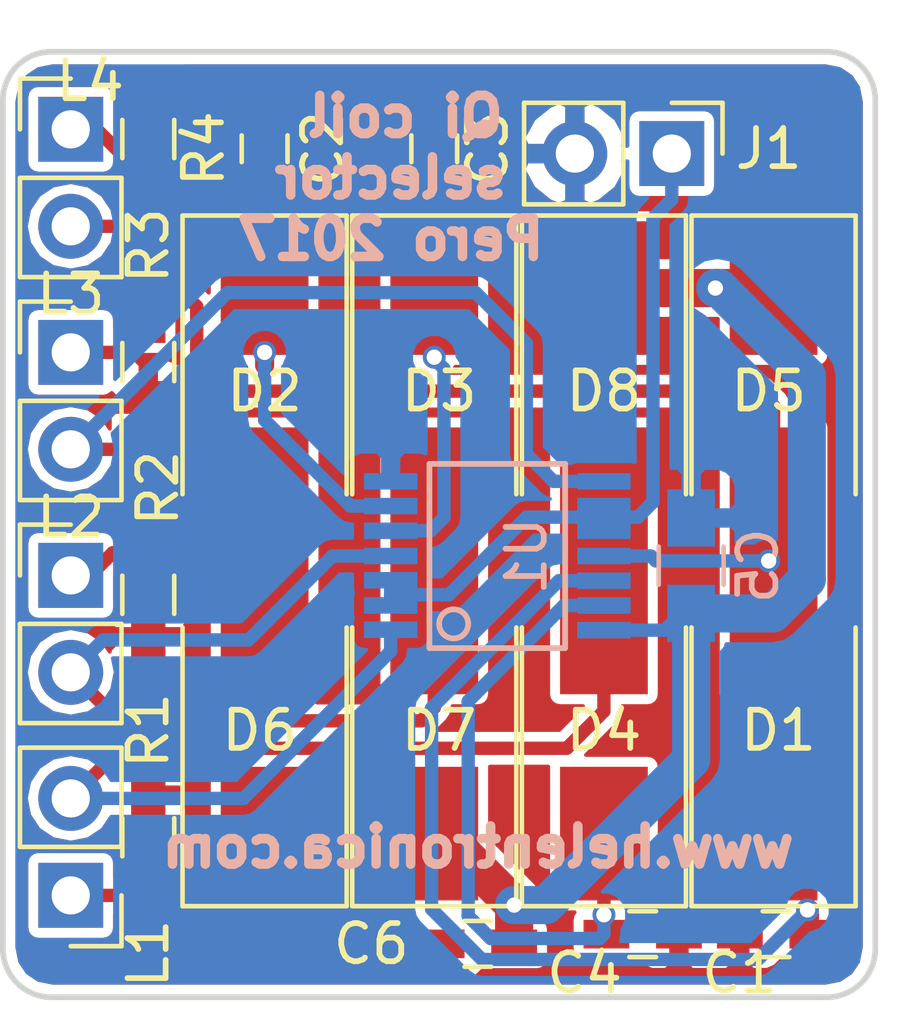
<source format=kicad_pcb>
(kicad_pcb (version 4) (host pcbnew 4.0.6)

  (general
    (links 45)
    (no_connects 0)
    (area 121.844999 79.934999 144.855001 104.850001)
    (thickness 1.6)
    (drawings 10)
    (tracks 126)
    (zones 0)
    (modules 24)
    (nets 16)
  )

  (page A4)
  (title_block
    (title "Qi coil multiplex board")
    (date 2017-09-01)
    (rev 1)
    (company Pero)
  )

  (layers
    (0 F.Cu signal)
    (31 B.Cu signal)
    (32 B.Adhes user hide)
    (33 F.Adhes user)
    (34 B.Paste user hide)
    (35 F.Paste user hide)
    (36 B.SilkS user)
    (37 F.SilkS user)
    (38 B.Mask user hide)
    (39 F.Mask user hide)
    (40 Dwgs.User user)
    (41 Cmts.User user hide)
    (42 Eco1.User user)
    (43 Eco2.User user hide)
    (44 Edge.Cuts user)
    (45 Margin user hide)
    (46 B.CrtYd user hide)
    (47 F.CrtYd user hide)
    (48 B.Fab user)
    (49 F.Fab user hide)
  )

  (setup
    (last_trace_width 1)
    (user_trace_width 0.25)
    (user_trace_width 0.35)
    (user_trace_width 0.5)
    (user_trace_width 0.75)
    (user_trace_width 0.8)
    (user_trace_width 1)
    (trace_clearance 0.2)
    (zone_clearance 0.254)
    (zone_45_only no)
    (trace_min 0.2)
    (segment_width 0.2)
    (edge_width 0.15)
    (via_size 0.6)
    (via_drill 0.4)
    (via_min_size 0.4)
    (via_min_drill 0.3)
    (user_via 1.1 0.6)
    (uvia_size 0.3)
    (uvia_drill 0.1)
    (uvias_allowed no)
    (uvia_min_size 0.2)
    (uvia_min_drill 0.1)
    (pcb_text_width 0.3)
    (pcb_text_size 1.5 1.5)
    (mod_edge_width 0.15)
    (mod_text_size 1 1)
    (mod_text_width 0.15)
    (pad_size 1.524 1.524)
    (pad_drill 0.762)
    (pad_to_mask_clearance 0.2)
    (aux_axis_origin 0 0)
    (visible_elements 7FFEFE7F)
    (pcbplotparams
      (layerselection 0x00030_80000001)
      (usegerberextensions false)
      (excludeedgelayer true)
      (linewidth 0.100000)
      (plotframeref false)
      (viasonmask false)
      (mode 1)
      (useauxorigin false)
      (hpglpennumber 1)
      (hpglpenspeed 20)
      (hpglpendiameter 15)
      (hpglpenoverlay 2)
      (psnegative false)
      (psa4output false)
      (plotreference true)
      (plotvalue true)
      (plotinvisibletext false)
      (padsonsilk false)
      (subtractmaskfromsilk false)
      (outputformat 1)
      (mirror false)
      (drillshape 1)
      (scaleselection 1)
      (outputdirectory ""))
  )

  (net 0 "")
  (net 1 GND)
  (net 2 /en_4)
  (net 3 /en_3)
  (net 4 /en_2)
  (net 5 /en_1)
  (net 6 VCC)
  (net 7 /L4+)
  (net 8 /L3+)
  (net 9 /L2+)
  (net 10 /L1+)
  (net 11 /COM)
  (net 12 /L1-)
  (net 13 /L2-)
  (net 14 /L3-)
  (net 15 /L4-)

  (net_class Default "This is the default net class."
    (clearance 0.2)
    (trace_width 0.35)
    (via_dia 0.6)
    (via_drill 0.4)
    (uvia_dia 0.3)
    (uvia_drill 0.1)
    (add_net /COM)
    (add_net /L1+)
    (add_net /L1-)
    (add_net /L2+)
    (add_net /L2-)
    (add_net /L3+)
    (add_net /L3-)
    (add_net /L4+)
    (add_net /L4-)
    (add_net /en_1)
    (add_net /en_2)
    (add_net /en_3)
    (add_net /en_4)
    (add_net GND)
    (add_net VCC)
  )

  (module Diodes_SMD:D_SMB_Handsoldering (layer F.Cu) (tedit 590B3D55) (tstamp 59A8887E)
    (at 142.113 97.79 90)
    (descr "Diode SMB (DO-214AA) Handsoldering")
    (tags "Diode SMB (DO-214AA) Handsoldering")
    (path /59A742BD)
    (attr smd)
    (fp_text reference D1 (at 0 0.127 180) (layer F.SilkS)
      (effects (font (size 1 1) (thickness 0.15)))
    )
    (fp_text value D_Schottky (at 0 3 90) (layer F.Fab)
      (effects (font (size 1 1) (thickness 0.15)))
    )
    (fp_text user %R (at 0 -3 90) (layer F.Fab)
      (effects (font (size 1 1) (thickness 0.15)))
    )
    (fp_line (start -4.6 -2.15) (end -4.6 2.15) (layer F.SilkS) (width 0.12))
    (fp_line (start 2.3 2) (end -2.3 2) (layer F.Fab) (width 0.1))
    (fp_line (start -2.3 2) (end -2.3 -2) (layer F.Fab) (width 0.1))
    (fp_line (start 2.3 -2) (end 2.3 2) (layer F.Fab) (width 0.1))
    (fp_line (start 2.3 -2) (end -2.3 -2) (layer F.Fab) (width 0.1))
    (fp_line (start -4.7 -2.25) (end 4.7 -2.25) (layer F.CrtYd) (width 0.05))
    (fp_line (start 4.7 -2.25) (end 4.7 2.25) (layer F.CrtYd) (width 0.05))
    (fp_line (start 4.7 2.25) (end -4.7 2.25) (layer F.CrtYd) (width 0.05))
    (fp_line (start -4.7 2.25) (end -4.7 -2.25) (layer F.CrtYd) (width 0.05))
    (fp_line (start -0.64944 0.00102) (end -1.55114 0.00102) (layer F.Fab) (width 0.1))
    (fp_line (start 0.50118 0.00102) (end 1.4994 0.00102) (layer F.Fab) (width 0.1))
    (fp_line (start -0.64944 -0.79908) (end -0.64944 0.80112) (layer F.Fab) (width 0.1))
    (fp_line (start 0.50118 0.75032) (end 0.50118 -0.79908) (layer F.Fab) (width 0.1))
    (fp_line (start -0.64944 0.00102) (end 0.50118 0.75032) (layer F.Fab) (width 0.1))
    (fp_line (start -0.64944 0.00102) (end 0.50118 -0.79908) (layer F.Fab) (width 0.1))
    (fp_line (start -4.6 2.15) (end 2.7 2.15) (layer F.SilkS) (width 0.12))
    (fp_line (start -4.6 -2.15) (end 2.7 -2.15) (layer F.SilkS) (width 0.12))
    (pad 1 smd rect (at -2.7 0 90) (size 3.5 2.3) (layers F.Cu F.Paste F.Mask)
      (net 2 /en_4))
    (pad 2 smd rect (at 2.7 0 90) (size 3.5 2.3) (layers F.Cu F.Paste F.Mask)
      (net 7 /L4+))
    (model ${KISYS3DMOD}/Diodes_SMD.3dshapes/D_SMB.wrl
      (at (xyz 0 0 0))
      (scale (xyz 1 1 1))
      (rotate (xyz 0 0 0))
    )
  )

  (module Diodes_SMD:D_SMB_Handsoldering (layer F.Cu) (tedit 590B3D55) (tstamp 59A88890)
    (at 137.668 97.79 90)
    (descr "Diode SMB (DO-214AA) Handsoldering")
    (tags "Diode SMB (DO-214AA) Handsoldering")
    (path /59A75FDC)
    (attr smd)
    (fp_text reference D4 (at 0 0 180) (layer F.SilkS)
      (effects (font (size 1 1) (thickness 0.15)))
    )
    (fp_text value D_Schottky (at 0 3 90) (layer F.Fab)
      (effects (font (size 1 1) (thickness 0.15)))
    )
    (fp_text user %R (at 0 -3 90) (layer F.Fab)
      (effects (font (size 1 1) (thickness 0.15)))
    )
    (fp_line (start -4.6 -2.15) (end -4.6 2.15) (layer F.SilkS) (width 0.12))
    (fp_line (start 2.3 2) (end -2.3 2) (layer F.Fab) (width 0.1))
    (fp_line (start -2.3 2) (end -2.3 -2) (layer F.Fab) (width 0.1))
    (fp_line (start 2.3 -2) (end 2.3 2) (layer F.Fab) (width 0.1))
    (fp_line (start 2.3 -2) (end -2.3 -2) (layer F.Fab) (width 0.1))
    (fp_line (start -4.7 -2.25) (end 4.7 -2.25) (layer F.CrtYd) (width 0.05))
    (fp_line (start 4.7 -2.25) (end 4.7 2.25) (layer F.CrtYd) (width 0.05))
    (fp_line (start 4.7 2.25) (end -4.7 2.25) (layer F.CrtYd) (width 0.05))
    (fp_line (start -4.7 2.25) (end -4.7 -2.25) (layer F.CrtYd) (width 0.05))
    (fp_line (start -0.64944 0.00102) (end -1.55114 0.00102) (layer F.Fab) (width 0.1))
    (fp_line (start 0.50118 0.00102) (end 1.4994 0.00102) (layer F.Fab) (width 0.1))
    (fp_line (start -0.64944 -0.79908) (end -0.64944 0.80112) (layer F.Fab) (width 0.1))
    (fp_line (start 0.50118 0.75032) (end 0.50118 -0.79908) (layer F.Fab) (width 0.1))
    (fp_line (start -0.64944 0.00102) (end 0.50118 0.75032) (layer F.Fab) (width 0.1))
    (fp_line (start -0.64944 0.00102) (end 0.50118 -0.79908) (layer F.Fab) (width 0.1))
    (fp_line (start -4.6 2.15) (end 2.7 2.15) (layer F.SilkS) (width 0.12))
    (fp_line (start -4.6 -2.15) (end 2.7 -2.15) (layer F.SilkS) (width 0.12))
    (pad 1 smd rect (at -2.7 0 90) (size 3.5 2.3) (layers F.Cu F.Paste F.Mask)
      (net 5 /en_1))
    (pad 2 smd rect (at 2.7 0 90) (size 3.5 2.3) (layers F.Cu F.Paste F.Mask)
      (net 10 /L1+))
    (model ${KISYS3DMOD}/Diodes_SMD.3dshapes/D_SMB.wrl
      (at (xyz 0 0 0))
      (scale (xyz 1 1 1))
      (rotate (xyz 0 0 0))
    )
  )

  (module Pin_Headers:Pin_Header_Straight_1x02_Pitch2.54mm locked (layer F.Cu) (tedit 59650532) (tstamp 59A88C5E)
    (at 123.698 102.108 180)
    (descr "Through hole straight pin header, 1x02, 2.54mm pitch, single row")
    (tags "Through hole pin header THT 1x02 2.54mm single row")
    (path /59A74DD4)
    (fp_text reference L1 (at -2.032 -1.524 270) (layer F.SilkS)
      (effects (font (size 1 1) (thickness 0.15)))
    )
    (fp_text value L (at 0 4.87 180) (layer F.Fab)
      (effects (font (size 1 1) (thickness 0.15)))
    )
    (fp_line (start -0.635 -1.27) (end 1.27 -1.27) (layer F.Fab) (width 0.1))
    (fp_line (start 1.27 -1.27) (end 1.27 3.81) (layer F.Fab) (width 0.1))
    (fp_line (start 1.27 3.81) (end -1.27 3.81) (layer F.Fab) (width 0.1))
    (fp_line (start -1.27 3.81) (end -1.27 -0.635) (layer F.Fab) (width 0.1))
    (fp_line (start -1.27 -0.635) (end -0.635 -1.27) (layer F.Fab) (width 0.1))
    (fp_line (start -1.33 3.87) (end 1.33 3.87) (layer F.SilkS) (width 0.12))
    (fp_line (start -1.33 1.27) (end -1.33 3.87) (layer F.SilkS) (width 0.12))
    (fp_line (start 1.33 1.27) (end 1.33 3.87) (layer F.SilkS) (width 0.12))
    (fp_line (start -1.33 1.27) (end 1.33 1.27) (layer F.SilkS) (width 0.12))
    (fp_line (start -1.33 0) (end -1.33 -1.33) (layer F.SilkS) (width 0.12))
    (fp_line (start -1.33 -1.33) (end 0 -1.33) (layer F.SilkS) (width 0.12))
    (fp_line (start -1.8 -1.8) (end -1.8 4.35) (layer F.CrtYd) (width 0.05))
    (fp_line (start -1.8 4.35) (end 1.8 4.35) (layer F.CrtYd) (width 0.05))
    (fp_line (start 1.8 4.35) (end 1.8 -1.8) (layer F.CrtYd) (width 0.05))
    (fp_line (start 1.8 -1.8) (end -1.8 -1.8) (layer F.CrtYd) (width 0.05))
    (fp_text user %R (at 0 1.27 270) (layer F.Fab)
      (effects (font (size 1 1) (thickness 0.15)))
    )
    (pad 1 thru_hole rect (at 0 0 180) (size 1.7 1.7) (drill 1) (layers *.Cu *.Mask)
      (net 12 /L1-))
    (pad 2 thru_hole oval (at 0 2.54 180) (size 1.7 1.7) (drill 1) (layers *.Cu *.Mask)
      (net 10 /L1+))
    (model ${KISYS3DMOD}/Pin_Headers.3dshapes/Pin_Header_Straight_1x02_Pitch2.54mm.wrl
      (at (xyz 0 -0.05 0))
      (scale (xyz 1 1 1))
      (rotate (xyz 0 0 90))
    )
  )

  (module Resistors_SMD:R_0603_HandSoldering (layer F.Cu) (tedit 58E0A804) (tstamp 59A888C0)
    (at 125.73 88.138 90)
    (descr "Resistor SMD 0603, hand soldering")
    (tags "resistor 0603")
    (path /59A7AD5A)
    (attr smd)
    (fp_text reference R3 (at 3.048 0 90) (layer F.SilkS)
      (effects (font (size 1 1) (thickness 0.15)))
    )
    (fp_text value 0R (at 0 1.55 90) (layer F.Fab)
      (effects (font (size 1 1) (thickness 0.15)))
    )
    (fp_text user %R (at 0 0 90) (layer F.Fab)
      (effects (font (size 0.4 0.4) (thickness 0.075)))
    )
    (fp_line (start -0.8 0.4) (end -0.8 -0.4) (layer F.Fab) (width 0.1))
    (fp_line (start 0.8 0.4) (end -0.8 0.4) (layer F.Fab) (width 0.1))
    (fp_line (start 0.8 -0.4) (end 0.8 0.4) (layer F.Fab) (width 0.1))
    (fp_line (start -0.8 -0.4) (end 0.8 -0.4) (layer F.Fab) (width 0.1))
    (fp_line (start 0.5 0.68) (end -0.5 0.68) (layer F.SilkS) (width 0.12))
    (fp_line (start -0.5 -0.68) (end 0.5 -0.68) (layer F.SilkS) (width 0.12))
    (fp_line (start -1.96 -0.7) (end 1.95 -0.7) (layer F.CrtYd) (width 0.05))
    (fp_line (start -1.96 -0.7) (end -1.96 0.7) (layer F.CrtYd) (width 0.05))
    (fp_line (start 1.95 0.7) (end 1.95 -0.7) (layer F.CrtYd) (width 0.05))
    (fp_line (start 1.95 0.7) (end -1.96 0.7) (layer F.CrtYd) (width 0.05))
    (pad 1 smd rect (at -1.1 0 90) (size 1.2 0.9) (layers F.Cu F.Paste F.Mask)
      (net 1 GND))
    (pad 2 smd rect (at 1.1 0 90) (size 1.2 0.9) (layers F.Cu F.Paste F.Mask)
      (net 14 /L3-))
    (model ${KISYS3DMOD}/Resistors_SMD.3dshapes/R_0603.wrl
      (at (xyz 0 0 0))
      (scale (xyz 1 1 1))
      (rotate (xyz 0 0 0))
    )
  )

  (module Resistors_SMD:R_0603_HandSoldering (layer F.Cu) (tedit 58E0A804) (tstamp 59A888BA)
    (at 125.73 94.234 90)
    (descr "Resistor SMD 0603, hand soldering")
    (tags "resistor 0603")
    (path /59A7ADAC)
    (attr smd)
    (fp_text reference R2 (at 2.794 0.254 90) (layer F.SilkS)
      (effects (font (size 1 1) (thickness 0.15)))
    )
    (fp_text value 0R (at 0 1.55 90) (layer F.Fab)
      (effects (font (size 1 1) (thickness 0.15)))
    )
    (fp_text user %R (at 0 0 90) (layer F.Fab)
      (effects (font (size 0.4 0.4) (thickness 0.075)))
    )
    (fp_line (start -0.8 0.4) (end -0.8 -0.4) (layer F.Fab) (width 0.1))
    (fp_line (start 0.8 0.4) (end -0.8 0.4) (layer F.Fab) (width 0.1))
    (fp_line (start 0.8 -0.4) (end 0.8 0.4) (layer F.Fab) (width 0.1))
    (fp_line (start -0.8 -0.4) (end 0.8 -0.4) (layer F.Fab) (width 0.1))
    (fp_line (start 0.5 0.68) (end -0.5 0.68) (layer F.SilkS) (width 0.12))
    (fp_line (start -0.5 -0.68) (end 0.5 -0.68) (layer F.SilkS) (width 0.12))
    (fp_line (start -1.96 -0.7) (end 1.95 -0.7) (layer F.CrtYd) (width 0.05))
    (fp_line (start -1.96 -0.7) (end -1.96 0.7) (layer F.CrtYd) (width 0.05))
    (fp_line (start 1.95 0.7) (end 1.95 -0.7) (layer F.CrtYd) (width 0.05))
    (fp_line (start 1.95 0.7) (end -1.96 0.7) (layer F.CrtYd) (width 0.05))
    (pad 1 smd rect (at -1.1 0 90) (size 1.2 0.9) (layers F.Cu F.Paste F.Mask)
      (net 1 GND))
    (pad 2 smd rect (at 1.1 0 90) (size 1.2 0.9) (layers F.Cu F.Paste F.Mask)
      (net 13 /L2-))
    (model ${KISYS3DMOD}/Resistors_SMD.3dshapes/R_0603.wrl
      (at (xyz 0 0 0))
      (scale (xyz 1 1 1))
      (rotate (xyz 0 0 0))
    )
  )

  (module Capacitors_SMD:C_0603_HandSoldering (layer F.Cu) (tedit 58AA848B) (tstamp 59A88866)
    (at 142.179 103.124)
    (descr "Capacitor SMD 0603, hand soldering")
    (tags "capacitor 0603")
    (path /59A74A78)
    (attr smd)
    (fp_text reference C1 (at -0.955 1.016) (layer F.SilkS)
      (effects (font (size 1 1) (thickness 0.15)))
    )
    (fp_text value C (at 0 1.5) (layer F.Fab)
      (effects (font (size 1 1) (thickness 0.15)))
    )
    (fp_text user %R (at 0 -1.25) (layer F.Fab)
      (effects (font (size 1 1) (thickness 0.15)))
    )
    (fp_line (start -0.8 0.4) (end -0.8 -0.4) (layer F.Fab) (width 0.1))
    (fp_line (start 0.8 0.4) (end -0.8 0.4) (layer F.Fab) (width 0.1))
    (fp_line (start 0.8 -0.4) (end 0.8 0.4) (layer F.Fab) (width 0.1))
    (fp_line (start -0.8 -0.4) (end 0.8 -0.4) (layer F.Fab) (width 0.1))
    (fp_line (start -0.35 -0.6) (end 0.35 -0.6) (layer F.SilkS) (width 0.12))
    (fp_line (start 0.35 0.6) (end -0.35 0.6) (layer F.SilkS) (width 0.12))
    (fp_line (start -1.8 -0.65) (end 1.8 -0.65) (layer F.CrtYd) (width 0.05))
    (fp_line (start -1.8 -0.65) (end -1.8 0.65) (layer F.CrtYd) (width 0.05))
    (fp_line (start 1.8 0.65) (end 1.8 -0.65) (layer F.CrtYd) (width 0.05))
    (fp_line (start 1.8 0.65) (end -1.8 0.65) (layer F.CrtYd) (width 0.05))
    (pad 1 smd rect (at -0.95 0) (size 1.2 0.75) (layers F.Cu F.Paste F.Mask)
      (net 1 GND))
    (pad 2 smd rect (at 0.95 0) (size 1.2 0.75) (layers F.Cu F.Paste F.Mask)
      (net 2 /en_4))
    (model Capacitors_SMD.3dshapes/C_0603.wrl
      (at (xyz 0 0 0))
      (scale (xyz 1 1 1))
      (rotate (xyz 0 0 0))
    )
  )

  (module Capacitors_SMD:C_0603_HandSoldering (layer F.Cu) (tedit 58AA848B) (tstamp 59A8886C)
    (at 128.778 82.55 270)
    (descr "Capacitor SMD 0603, hand soldering")
    (tags "capacitor 0603")
    (path /59A74AF3)
    (attr smd)
    (fp_text reference C2 (at 0 -1.524 270) (layer F.SilkS)
      (effects (font (size 1 1) (thickness 0.15)))
    )
    (fp_text value C (at 0 1.5 270) (layer F.Fab)
      (effects (font (size 1 1) (thickness 0.15)))
    )
    (fp_text user %R (at 0 -1.25 270) (layer F.Fab)
      (effects (font (size 1 1) (thickness 0.15)))
    )
    (fp_line (start -0.8 0.4) (end -0.8 -0.4) (layer F.Fab) (width 0.1))
    (fp_line (start 0.8 0.4) (end -0.8 0.4) (layer F.Fab) (width 0.1))
    (fp_line (start 0.8 -0.4) (end 0.8 0.4) (layer F.Fab) (width 0.1))
    (fp_line (start -0.8 -0.4) (end 0.8 -0.4) (layer F.Fab) (width 0.1))
    (fp_line (start -0.35 -0.6) (end 0.35 -0.6) (layer F.SilkS) (width 0.12))
    (fp_line (start 0.35 0.6) (end -0.35 0.6) (layer F.SilkS) (width 0.12))
    (fp_line (start -1.8 -0.65) (end 1.8 -0.65) (layer F.CrtYd) (width 0.05))
    (fp_line (start -1.8 -0.65) (end -1.8 0.65) (layer F.CrtYd) (width 0.05))
    (fp_line (start 1.8 0.65) (end 1.8 -0.65) (layer F.CrtYd) (width 0.05))
    (fp_line (start 1.8 0.65) (end -1.8 0.65) (layer F.CrtYd) (width 0.05))
    (pad 1 smd rect (at -0.95 0 270) (size 1.2 0.75) (layers F.Cu F.Paste F.Mask)
      (net 1 GND))
    (pad 2 smd rect (at 0.95 0 270) (size 1.2 0.75) (layers F.Cu F.Paste F.Mask)
      (net 3 /en_3))
    (model Capacitors_SMD.3dshapes/C_0603.wrl
      (at (xyz 0 0 0))
      (scale (xyz 1 1 1))
      (rotate (xyz 0 0 0))
    )
  )

  (module Capacitors_SMD:C_0603_HandSoldering (layer F.Cu) (tedit 58AA848B) (tstamp 59A88872)
    (at 133.223 82.55 270)
    (descr "Capacitor SMD 0603, hand soldering")
    (tags "capacitor 0603")
    (path /59A74B40)
    (attr smd)
    (fp_text reference C3 (at 0 -1.397 270) (layer F.SilkS)
      (effects (font (size 1 1) (thickness 0.15)))
    )
    (fp_text value C (at 0 1.5 270) (layer F.Fab)
      (effects (font (size 1 1) (thickness 0.15)))
    )
    (fp_text user %R (at 0 -1.25 270) (layer F.Fab)
      (effects (font (size 1 1) (thickness 0.15)))
    )
    (fp_line (start -0.8 0.4) (end -0.8 -0.4) (layer F.Fab) (width 0.1))
    (fp_line (start 0.8 0.4) (end -0.8 0.4) (layer F.Fab) (width 0.1))
    (fp_line (start 0.8 -0.4) (end 0.8 0.4) (layer F.Fab) (width 0.1))
    (fp_line (start -0.8 -0.4) (end 0.8 -0.4) (layer F.Fab) (width 0.1))
    (fp_line (start -0.35 -0.6) (end 0.35 -0.6) (layer F.SilkS) (width 0.12))
    (fp_line (start 0.35 0.6) (end -0.35 0.6) (layer F.SilkS) (width 0.12))
    (fp_line (start -1.8 -0.65) (end 1.8 -0.65) (layer F.CrtYd) (width 0.05))
    (fp_line (start -1.8 -0.65) (end -1.8 0.65) (layer F.CrtYd) (width 0.05))
    (fp_line (start 1.8 0.65) (end 1.8 -0.65) (layer F.CrtYd) (width 0.05))
    (fp_line (start 1.8 0.65) (end -1.8 0.65) (layer F.CrtYd) (width 0.05))
    (pad 1 smd rect (at -0.95 0 270) (size 1.2 0.75) (layers F.Cu F.Paste F.Mask)
      (net 1 GND))
    (pad 2 smd rect (at 0.95 0 270) (size 1.2 0.75) (layers F.Cu F.Paste F.Mask)
      (net 4 /en_2))
    (model Capacitors_SMD.3dshapes/C_0603.wrl
      (at (xyz 0 0 0))
      (scale (xyz 1 1 1))
      (rotate (xyz 0 0 0))
    )
  )

  (module Capacitors_SMD:C_0603_HandSoldering (layer F.Cu) (tedit 58AA848B) (tstamp 59A88878)
    (at 138.684 103.124 180)
    (descr "Capacitor SMD 0603, hand soldering")
    (tags "capacitor 0603")
    (path /59A74B71)
    (attr smd)
    (fp_text reference C4 (at 1.524 -1.016 360) (layer F.SilkS)
      (effects (font (size 1 1) (thickness 0.15)))
    )
    (fp_text value C (at 0 1.5 180) (layer F.Fab)
      (effects (font (size 1 1) (thickness 0.15)))
    )
    (fp_text user %R (at 0 -1.25 180) (layer F.Fab)
      (effects (font (size 1 1) (thickness 0.15)))
    )
    (fp_line (start -0.8 0.4) (end -0.8 -0.4) (layer F.Fab) (width 0.1))
    (fp_line (start 0.8 0.4) (end -0.8 0.4) (layer F.Fab) (width 0.1))
    (fp_line (start 0.8 -0.4) (end 0.8 0.4) (layer F.Fab) (width 0.1))
    (fp_line (start -0.8 -0.4) (end 0.8 -0.4) (layer F.Fab) (width 0.1))
    (fp_line (start -0.35 -0.6) (end 0.35 -0.6) (layer F.SilkS) (width 0.12))
    (fp_line (start 0.35 0.6) (end -0.35 0.6) (layer F.SilkS) (width 0.12))
    (fp_line (start -1.8 -0.65) (end 1.8 -0.65) (layer F.CrtYd) (width 0.05))
    (fp_line (start -1.8 -0.65) (end -1.8 0.65) (layer F.CrtYd) (width 0.05))
    (fp_line (start 1.8 0.65) (end 1.8 -0.65) (layer F.CrtYd) (width 0.05))
    (fp_line (start 1.8 0.65) (end -1.8 0.65) (layer F.CrtYd) (width 0.05))
    (pad 1 smd rect (at -0.95 0 180) (size 1.2 0.75) (layers F.Cu F.Paste F.Mask)
      (net 1 GND))
    (pad 2 smd rect (at 0.95 0 180) (size 1.2 0.75) (layers F.Cu F.Paste F.Mask)
      (net 5 /en_1))
    (model Capacitors_SMD.3dshapes/C_0603.wrl
      (at (xyz 0 0 0))
      (scale (xyz 1 1 1))
      (rotate (xyz 0 0 0))
    )
  )

  (module Diodes_SMD:D_SMB_Handsoldering (layer F.Cu) (tedit 590B3D55) (tstamp 59A88884)
    (at 128.778 88.9 270)
    (descr "Diode SMB (DO-214AA) Handsoldering")
    (tags "Diode SMB (DO-214AA) Handsoldering")
    (path /59A75F49)
    (attr smd)
    (fp_text reference D2 (at 0 0 360) (layer F.SilkS)
      (effects (font (size 1 1) (thickness 0.15)))
    )
    (fp_text value D_Schottky (at 0 3 270) (layer F.Fab)
      (effects (font (size 1 1) (thickness 0.15)))
    )
    (fp_text user %R (at 0 -3 270) (layer F.Fab)
      (effects (font (size 1 1) (thickness 0.15)))
    )
    (fp_line (start -4.6 -2.15) (end -4.6 2.15) (layer F.SilkS) (width 0.12))
    (fp_line (start 2.3 2) (end -2.3 2) (layer F.Fab) (width 0.1))
    (fp_line (start -2.3 2) (end -2.3 -2) (layer F.Fab) (width 0.1))
    (fp_line (start 2.3 -2) (end 2.3 2) (layer F.Fab) (width 0.1))
    (fp_line (start 2.3 -2) (end -2.3 -2) (layer F.Fab) (width 0.1))
    (fp_line (start -4.7 -2.25) (end 4.7 -2.25) (layer F.CrtYd) (width 0.05))
    (fp_line (start 4.7 -2.25) (end 4.7 2.25) (layer F.CrtYd) (width 0.05))
    (fp_line (start 4.7 2.25) (end -4.7 2.25) (layer F.CrtYd) (width 0.05))
    (fp_line (start -4.7 2.25) (end -4.7 -2.25) (layer F.CrtYd) (width 0.05))
    (fp_line (start -0.64944 0.00102) (end -1.55114 0.00102) (layer F.Fab) (width 0.1))
    (fp_line (start 0.50118 0.00102) (end 1.4994 0.00102) (layer F.Fab) (width 0.1))
    (fp_line (start -0.64944 -0.79908) (end -0.64944 0.80112) (layer F.Fab) (width 0.1))
    (fp_line (start 0.50118 0.75032) (end 0.50118 -0.79908) (layer F.Fab) (width 0.1))
    (fp_line (start -0.64944 0.00102) (end 0.50118 0.75032) (layer F.Fab) (width 0.1))
    (fp_line (start -0.64944 0.00102) (end 0.50118 -0.79908) (layer F.Fab) (width 0.1))
    (fp_line (start -4.6 2.15) (end 2.7 2.15) (layer F.SilkS) (width 0.12))
    (fp_line (start -4.6 -2.15) (end 2.7 -2.15) (layer F.SilkS) (width 0.12))
    (pad 1 smd rect (at -2.7 0 270) (size 3.5 2.3) (layers F.Cu F.Paste F.Mask)
      (net 3 /en_3))
    (pad 2 smd rect (at 2.7 0 270) (size 3.5 2.3) (layers F.Cu F.Paste F.Mask)
      (net 8 /L3+))
    (model ${KISYS3DMOD}/Diodes_SMD.3dshapes/D_SMB.wrl
      (at (xyz 0 0 0))
      (scale (xyz 1 1 1))
      (rotate (xyz 0 0 0))
    )
    (model Diodes_SMD.3dshapes/D_SMB_Standard.wrl
      (at (xyz 0 0 0))
      (scale (xyz 1 1 1))
      (rotate (xyz 0 0 0))
    )
  )

  (module Diodes_SMD:D_SMB_Handsoldering (layer F.Cu) (tedit 590B3D55) (tstamp 59A8888A)
    (at 133.223 88.9 270)
    (descr "Diode SMB (DO-214AA) Handsoldering")
    (tags "Diode SMB (DO-214AA) Handsoldering")
    (path /59A75F92)
    (attr smd)
    (fp_text reference D3 (at 0 -0.127 360) (layer F.SilkS)
      (effects (font (size 1 1) (thickness 0.15)))
    )
    (fp_text value D_Schottky (at 0 3 270) (layer F.Fab)
      (effects (font (size 1 1) (thickness 0.15)))
    )
    (fp_text user %R (at 0 -3 270) (layer F.Fab)
      (effects (font (size 1 1) (thickness 0.15)))
    )
    (fp_line (start -4.6 -2.15) (end -4.6 2.15) (layer F.SilkS) (width 0.12))
    (fp_line (start 2.3 2) (end -2.3 2) (layer F.Fab) (width 0.1))
    (fp_line (start -2.3 2) (end -2.3 -2) (layer F.Fab) (width 0.1))
    (fp_line (start 2.3 -2) (end 2.3 2) (layer F.Fab) (width 0.1))
    (fp_line (start 2.3 -2) (end -2.3 -2) (layer F.Fab) (width 0.1))
    (fp_line (start -4.7 -2.25) (end 4.7 -2.25) (layer F.CrtYd) (width 0.05))
    (fp_line (start 4.7 -2.25) (end 4.7 2.25) (layer F.CrtYd) (width 0.05))
    (fp_line (start 4.7 2.25) (end -4.7 2.25) (layer F.CrtYd) (width 0.05))
    (fp_line (start -4.7 2.25) (end -4.7 -2.25) (layer F.CrtYd) (width 0.05))
    (fp_line (start -0.64944 0.00102) (end -1.55114 0.00102) (layer F.Fab) (width 0.1))
    (fp_line (start 0.50118 0.00102) (end 1.4994 0.00102) (layer F.Fab) (width 0.1))
    (fp_line (start -0.64944 -0.79908) (end -0.64944 0.80112) (layer F.Fab) (width 0.1))
    (fp_line (start 0.50118 0.75032) (end 0.50118 -0.79908) (layer F.Fab) (width 0.1))
    (fp_line (start -0.64944 0.00102) (end 0.50118 0.75032) (layer F.Fab) (width 0.1))
    (fp_line (start -0.64944 0.00102) (end 0.50118 -0.79908) (layer F.Fab) (width 0.1))
    (fp_line (start -4.6 2.15) (end 2.7 2.15) (layer F.SilkS) (width 0.12))
    (fp_line (start -4.6 -2.15) (end 2.7 -2.15) (layer F.SilkS) (width 0.12))
    (pad 1 smd rect (at -2.7 0 270) (size 3.5 2.3) (layers F.Cu F.Paste F.Mask)
      (net 4 /en_2))
    (pad 2 smd rect (at 2.7 0 270) (size 3.5 2.3) (layers F.Cu F.Paste F.Mask)
      (net 9 /L2+))
    (model ${KISYS3DMOD}/Diodes_SMD.3dshapes/D_SMB.wrl
      (at (xyz 0 0 0))
      (scale (xyz 1 1 1))
      (rotate (xyz 0 0 0))
    )
  )

  (module Resistors_SMD:R_0603_HandSoldering (layer F.Cu) (tedit 58E0A804) (tstamp 59A888B4)
    (at 125.73 100.584 270)
    (descr "Resistor SMD 0603, hand soldering")
    (tags "resistor 0603")
    (path /59A7AE05)
    (attr smd)
    (fp_text reference R1 (at -2.794 0 270) (layer F.SilkS)
      (effects (font (size 1 1) (thickness 0.15)))
    )
    (fp_text value 0R (at 0 1.55 270) (layer F.Fab)
      (effects (font (size 1 1) (thickness 0.15)))
    )
    (fp_text user %R (at 0 0 270) (layer F.Fab)
      (effects (font (size 0.4 0.4) (thickness 0.075)))
    )
    (fp_line (start -0.8 0.4) (end -0.8 -0.4) (layer F.Fab) (width 0.1))
    (fp_line (start 0.8 0.4) (end -0.8 0.4) (layer F.Fab) (width 0.1))
    (fp_line (start 0.8 -0.4) (end 0.8 0.4) (layer F.Fab) (width 0.1))
    (fp_line (start -0.8 -0.4) (end 0.8 -0.4) (layer F.Fab) (width 0.1))
    (fp_line (start 0.5 0.68) (end -0.5 0.68) (layer F.SilkS) (width 0.12))
    (fp_line (start -0.5 -0.68) (end 0.5 -0.68) (layer F.SilkS) (width 0.12))
    (fp_line (start -1.96 -0.7) (end 1.95 -0.7) (layer F.CrtYd) (width 0.05))
    (fp_line (start -1.96 -0.7) (end -1.96 0.7) (layer F.CrtYd) (width 0.05))
    (fp_line (start 1.95 0.7) (end 1.95 -0.7) (layer F.CrtYd) (width 0.05))
    (fp_line (start 1.95 0.7) (end -1.96 0.7) (layer F.CrtYd) (width 0.05))
    (pad 1 smd rect (at -1.1 0 270) (size 1.2 0.9) (layers F.Cu F.Paste F.Mask)
      (net 1 GND))
    (pad 2 smd rect (at 1.1 0 270) (size 1.2 0.9) (layers F.Cu F.Paste F.Mask)
      (net 12 /L1-))
    (model ${KISYS3DMOD}/Resistors_SMD.3dshapes/R_0603.wrl
      (at (xyz 0 0 0))
      (scale (xyz 1 1 1))
      (rotate (xyz 0 0 0))
    )
  )

  (module Resistors_SMD:R_0603_HandSoldering (layer F.Cu) (tedit 58E0A804) (tstamp 59A888C6)
    (at 125.73 82.296 270)
    (descr "Resistor SMD 0603, hand soldering")
    (tags "resistor 0603")
    (path /59A7A75C)
    (attr smd)
    (fp_text reference R4 (at 0.254 -1.45 270) (layer F.SilkS)
      (effects (font (size 1 1) (thickness 0.15)))
    )
    (fp_text value 0R (at 0 1.55 270) (layer F.Fab)
      (effects (font (size 1 1) (thickness 0.15)))
    )
    (fp_text user %R (at 0 0 270) (layer F.Fab)
      (effects (font (size 0.4 0.4) (thickness 0.075)))
    )
    (fp_line (start -0.8 0.4) (end -0.8 -0.4) (layer F.Fab) (width 0.1))
    (fp_line (start 0.8 0.4) (end -0.8 0.4) (layer F.Fab) (width 0.1))
    (fp_line (start 0.8 -0.4) (end 0.8 0.4) (layer F.Fab) (width 0.1))
    (fp_line (start -0.8 -0.4) (end 0.8 -0.4) (layer F.Fab) (width 0.1))
    (fp_line (start 0.5 0.68) (end -0.5 0.68) (layer F.SilkS) (width 0.12))
    (fp_line (start -0.5 -0.68) (end 0.5 -0.68) (layer F.SilkS) (width 0.12))
    (fp_line (start -1.96 -0.7) (end 1.95 -0.7) (layer F.CrtYd) (width 0.05))
    (fp_line (start -1.96 -0.7) (end -1.96 0.7) (layer F.CrtYd) (width 0.05))
    (fp_line (start 1.95 0.7) (end 1.95 -0.7) (layer F.CrtYd) (width 0.05))
    (fp_line (start 1.95 0.7) (end -1.96 0.7) (layer F.CrtYd) (width 0.05))
    (pad 1 smd rect (at -1.1 0 270) (size 1.2 0.9) (layers F.Cu F.Paste F.Mask)
      (net 1 GND))
    (pad 2 smd rect (at 1.1 0 270) (size 1.2 0.9) (layers F.Cu F.Paste F.Mask)
      (net 15 /L4-))
    (model ${KISYS3DMOD}/Resistors_SMD.3dshapes/R_0603.wrl
      (at (xyz 0 0 0))
      (scale (xyz 1 1 1))
      (rotate (xyz 0 0 0))
    )
  )

  (module SMD_Packages:SSOP-14 (layer B.Cu) (tedit 0) (tstamp 59A888D8)
    (at 134.874 93.218 90)
    (path /59A738E3)
    (attr smd)
    (fp_text reference U1 (at 0 0.762 90) (layer B.SilkS)
      (effects (font (size 1 1) (thickness 0.15)) (justify mirror))
    )
    (fp_text value 4066 (at 0 -0.508 90) (layer B.Fab)
      (effects (font (size 1 1) (thickness 0.15)) (justify mirror))
    )
    (fp_line (start -2.413 1.778) (end 2.413 1.778) (layer B.SilkS) (width 0.15))
    (fp_line (start 2.413 1.778) (end 2.413 -1.778) (layer B.SilkS) (width 0.15))
    (fp_line (start 2.413 -1.778) (end -2.413 -1.778) (layer B.SilkS) (width 0.15))
    (fp_line (start -2.413 -1.778) (end -2.413 1.778) (layer B.SilkS) (width 0.15))
    (fp_circle (center -1.778 -1.143) (end -2.159 -1.143) (layer B.SilkS) (width 0.15))
    (pad 1 smd rect (at -1.9304 -2.794 90) (size 0.4318 1.397) (layers B.Cu B.Paste B.Mask)
      (net 10 /L1+))
    (pad 2 smd rect (at -1.2954 -2.794 90) (size 0.4318 1.397) (layers B.Cu B.Paste B.Mask)
      (net 11 /COM))
    (pad 3 smd rect (at -0.635 -2.794 90) (size 0.4318 1.397) (layers B.Cu B.Paste B.Mask)
      (net 11 /COM))
    (pad 4 smd rect (at 0 -2.794 90) (size 0.4318 1.397) (layers B.Cu B.Paste B.Mask)
      (net 9 /L2+))
    (pad 5 smd rect (at 0.6604 -2.794 90) (size 0.4318 1.397) (layers B.Cu B.Paste B.Mask)
      (net 4 /en_2))
    (pad 6 smd rect (at 1.3081 -2.794 90) (size 0.4318 1.397) (layers B.Cu B.Paste B.Mask)
      (net 3 /en_3))
    (pad 7 smd rect (at 1.9558 -2.794 90) (size 0.4318 1.397) (layers B.Cu B.Paste B.Mask)
      (net 1 GND))
    (pad 8 smd rect (at 1.9558 2.794 90) (size 0.4318 1.397) (layers B.Cu B.Paste B.Mask)
      (net 8 /L3+))
    (pad 9 smd rect (at 1.3081 2.794 90) (size 0.4318 1.397) (layers B.Cu B.Paste B.Mask)
      (net 11 /COM))
    (pad 10 smd rect (at 0.6604 2.794 90) (size 0.4318 1.397) (layers B.Cu B.Paste B.Mask)
      (net 11 /COM))
    (pad 11 smd rect (at 0 2.794 90) (size 0.4318 1.397) (layers B.Cu B.Paste B.Mask)
      (net 7 /L4+))
    (pad 12 smd rect (at -0.6477 2.794 90) (size 0.4318 1.397) (layers B.Cu B.Paste B.Mask)
      (net 2 /en_4))
    (pad 13 smd rect (at -1.2954 2.794 90) (size 0.4318 1.397) (layers B.Cu B.Paste B.Mask)
      (net 5 /en_1))
    (pad 14 smd rect (at -1.9431 2.794 90) (size 0.4318 1.397) (layers B.Cu B.Paste B.Mask)
      (net 6 VCC))
    (model SMD_Packages.3dshapes/SSOP-14.wrl
      (at (xyz 0 0 0))
      (scale (xyz 0.25 0.35 0.25))
      (rotate (xyz 0 0 0))
    )
  )

  (module Pin_Headers:Pin_Header_Straight_1x02_Pitch2.54mm (layer F.Cu) (tedit 59650532) (tstamp 59A88C63)
    (at 123.698 93.726)
    (descr "Through hole straight pin header, 1x02, 2.54mm pitch, single row")
    (tags "Through hole pin header THT 1x02 2.54mm single row")
    (path /59A7525D)
    (fp_text reference L2 (at 0 -1.524) (layer F.SilkS)
      (effects (font (size 1 1) (thickness 0.15)))
    )
    (fp_text value L (at 0 4.87) (layer F.Fab)
      (effects (font (size 1 1) (thickness 0.15)))
    )
    (fp_line (start -0.635 -1.27) (end 1.27 -1.27) (layer F.Fab) (width 0.1))
    (fp_line (start 1.27 -1.27) (end 1.27 3.81) (layer F.Fab) (width 0.1))
    (fp_line (start 1.27 3.81) (end -1.27 3.81) (layer F.Fab) (width 0.1))
    (fp_line (start -1.27 3.81) (end -1.27 -0.635) (layer F.Fab) (width 0.1))
    (fp_line (start -1.27 -0.635) (end -0.635 -1.27) (layer F.Fab) (width 0.1))
    (fp_line (start -1.33 3.87) (end 1.33 3.87) (layer F.SilkS) (width 0.12))
    (fp_line (start -1.33 1.27) (end -1.33 3.87) (layer F.SilkS) (width 0.12))
    (fp_line (start 1.33 1.27) (end 1.33 3.87) (layer F.SilkS) (width 0.12))
    (fp_line (start -1.33 1.27) (end 1.33 1.27) (layer F.SilkS) (width 0.12))
    (fp_line (start -1.33 0) (end -1.33 -1.33) (layer F.SilkS) (width 0.12))
    (fp_line (start -1.33 -1.33) (end 0 -1.33) (layer F.SilkS) (width 0.12))
    (fp_line (start -1.8 -1.8) (end -1.8 4.35) (layer F.CrtYd) (width 0.05))
    (fp_line (start -1.8 4.35) (end 1.8 4.35) (layer F.CrtYd) (width 0.05))
    (fp_line (start 1.8 4.35) (end 1.8 -1.8) (layer F.CrtYd) (width 0.05))
    (fp_line (start 1.8 -1.8) (end -1.8 -1.8) (layer F.CrtYd) (width 0.05))
    (fp_text user %R (at 0 1.27 90) (layer F.Fab)
      (effects (font (size 1 1) (thickness 0.15)))
    )
    (pad 1 thru_hole rect (at 0 0) (size 1.7 1.7) (drill 1) (layers *.Cu *.Mask)
      (net 13 /L2-))
    (pad 2 thru_hole oval (at 0 2.54) (size 1.7 1.7) (drill 1) (layers *.Cu *.Mask)
      (net 9 /L2+))
    (model ${KISYS3DMOD}/Pin_Headers.3dshapes/Pin_Header_Straight_1x02_Pitch2.54mm.wrl
      (at (xyz 0 -0.05 0))
      (scale (xyz 1 1 1))
      (rotate (xyz 0 0 90))
    )
  )

  (module Pin_Headers:Pin_Header_Straight_1x02_Pitch2.54mm (layer F.Cu) (tedit 59650532) (tstamp 59A88C68)
    (at 123.698 87.884)
    (descr "Through hole straight pin header, 1x02, 2.54mm pitch, single row")
    (tags "Through hole pin header THT 1x02 2.54mm single row")
    (path /59A7538D)
    (fp_text reference L3 (at 0 -1.524) (layer F.SilkS)
      (effects (font (size 1 1) (thickness 0.15)))
    )
    (fp_text value L (at 0 4.87) (layer F.Fab)
      (effects (font (size 1 1) (thickness 0.15)))
    )
    (fp_line (start -0.635 -1.27) (end 1.27 -1.27) (layer F.Fab) (width 0.1))
    (fp_line (start 1.27 -1.27) (end 1.27 3.81) (layer F.Fab) (width 0.1))
    (fp_line (start 1.27 3.81) (end -1.27 3.81) (layer F.Fab) (width 0.1))
    (fp_line (start -1.27 3.81) (end -1.27 -0.635) (layer F.Fab) (width 0.1))
    (fp_line (start -1.27 -0.635) (end -0.635 -1.27) (layer F.Fab) (width 0.1))
    (fp_line (start -1.33 3.87) (end 1.33 3.87) (layer F.SilkS) (width 0.12))
    (fp_line (start -1.33 1.27) (end -1.33 3.87) (layer F.SilkS) (width 0.12))
    (fp_line (start 1.33 1.27) (end 1.33 3.87) (layer F.SilkS) (width 0.12))
    (fp_line (start -1.33 1.27) (end 1.33 1.27) (layer F.SilkS) (width 0.12))
    (fp_line (start -1.33 0) (end -1.33 -1.33) (layer F.SilkS) (width 0.12))
    (fp_line (start -1.33 -1.33) (end 0 -1.33) (layer F.SilkS) (width 0.12))
    (fp_line (start -1.8 -1.8) (end -1.8 4.35) (layer F.CrtYd) (width 0.05))
    (fp_line (start -1.8 4.35) (end 1.8 4.35) (layer F.CrtYd) (width 0.05))
    (fp_line (start 1.8 4.35) (end 1.8 -1.8) (layer F.CrtYd) (width 0.05))
    (fp_line (start 1.8 -1.8) (end -1.8 -1.8) (layer F.CrtYd) (width 0.05))
    (fp_text user %R (at 0 1.27 90) (layer F.Fab)
      (effects (font (size 1 1) (thickness 0.15)))
    )
    (pad 1 thru_hole rect (at 0 0) (size 1.7 1.7) (drill 1) (layers *.Cu *.Mask)
      (net 14 /L3-))
    (pad 2 thru_hole oval (at 0 2.54) (size 1.7 1.7) (drill 1) (layers *.Cu *.Mask)
      (net 8 /L3+))
    (model ${KISYS3DMOD}/Pin_Headers.3dshapes/Pin_Header_Straight_1x02_Pitch2.54mm.wrl
      (at (xyz 0 -0.05 0))
      (scale (xyz 1 1 1))
      (rotate (xyz 0 0 90))
    )
  )

  (module Pin_Headers:Pin_Header_Straight_1x02_Pitch2.54mm (layer F.Cu) (tedit 59650532) (tstamp 59A88C6D)
    (at 123.698 82.042)
    (descr "Through hole straight pin header, 1x02, 2.54mm pitch, single row")
    (tags "Through hole pin header THT 1x02 2.54mm single row")
    (path /59A754B0)
    (fp_text reference L4 (at 0.508 -1.27) (layer F.SilkS)
      (effects (font (size 1 1) (thickness 0.15)))
    )
    (fp_text value L (at 0 4.87) (layer F.Fab)
      (effects (font (size 1 1) (thickness 0.15)))
    )
    (fp_line (start -0.635 -1.27) (end 1.27 -1.27) (layer F.Fab) (width 0.1))
    (fp_line (start 1.27 -1.27) (end 1.27 3.81) (layer F.Fab) (width 0.1))
    (fp_line (start 1.27 3.81) (end -1.27 3.81) (layer F.Fab) (width 0.1))
    (fp_line (start -1.27 3.81) (end -1.27 -0.635) (layer F.Fab) (width 0.1))
    (fp_line (start -1.27 -0.635) (end -0.635 -1.27) (layer F.Fab) (width 0.1))
    (fp_line (start -1.33 3.87) (end 1.33 3.87) (layer F.SilkS) (width 0.12))
    (fp_line (start -1.33 1.27) (end -1.33 3.87) (layer F.SilkS) (width 0.12))
    (fp_line (start 1.33 1.27) (end 1.33 3.87) (layer F.SilkS) (width 0.12))
    (fp_line (start -1.33 1.27) (end 1.33 1.27) (layer F.SilkS) (width 0.12))
    (fp_line (start -1.33 0) (end -1.33 -1.33) (layer F.SilkS) (width 0.12))
    (fp_line (start -1.33 -1.33) (end 0 -1.33) (layer F.SilkS) (width 0.12))
    (fp_line (start -1.8 -1.8) (end -1.8 4.35) (layer F.CrtYd) (width 0.05))
    (fp_line (start -1.8 4.35) (end 1.8 4.35) (layer F.CrtYd) (width 0.05))
    (fp_line (start 1.8 4.35) (end 1.8 -1.8) (layer F.CrtYd) (width 0.05))
    (fp_line (start 1.8 -1.8) (end -1.8 -1.8) (layer F.CrtYd) (width 0.05))
    (fp_text user %R (at 0 1.27 90) (layer F.Fab)
      (effects (font (size 1 1) (thickness 0.15)))
    )
    (pad 1 thru_hole rect (at 0 0) (size 1.7 1.7) (drill 1) (layers *.Cu *.Mask)
      (net 15 /L4-))
    (pad 2 thru_hole oval (at 0 2.54) (size 1.7 1.7) (drill 1) (layers *.Cu *.Mask)
      (net 7 /L4+))
    (model ${KISYS3DMOD}/Pin_Headers.3dshapes/Pin_Header_Straight_1x02_Pitch2.54mm.wrl
      (at (xyz 0 -0.05 0))
      (scale (xyz 1 1 1))
      (rotate (xyz 0 0 90))
    )
  )

  (module Pin_Headers:Pin_Header_Straight_1x02_Pitch2.54mm (layer F.Cu) (tedit 59650532) (tstamp 59A88DEC)
    (at 139.446 82.677 270)
    (descr "Through hole straight pin header, 1x02, 2.54mm pitch, single row")
    (tags "Through hole pin header THT 1x02 2.54mm single row")
    (path /59A94EDC)
    (fp_text reference J1 (at -0.127 -2.54 360) (layer F.SilkS)
      (effects (font (size 1 1) (thickness 0.15)))
    )
    (fp_text value CONN_01X02 (at 0 4.87 270) (layer F.Fab)
      (effects (font (size 1 1) (thickness 0.15)))
    )
    (fp_line (start -0.635 -1.27) (end 1.27 -1.27) (layer F.Fab) (width 0.1))
    (fp_line (start 1.27 -1.27) (end 1.27 3.81) (layer F.Fab) (width 0.1))
    (fp_line (start 1.27 3.81) (end -1.27 3.81) (layer F.Fab) (width 0.1))
    (fp_line (start -1.27 3.81) (end -1.27 -0.635) (layer F.Fab) (width 0.1))
    (fp_line (start -1.27 -0.635) (end -0.635 -1.27) (layer F.Fab) (width 0.1))
    (fp_line (start -1.33 3.87) (end 1.33 3.87) (layer F.SilkS) (width 0.12))
    (fp_line (start -1.33 1.27) (end -1.33 3.87) (layer F.SilkS) (width 0.12))
    (fp_line (start 1.33 1.27) (end 1.33 3.87) (layer F.SilkS) (width 0.12))
    (fp_line (start -1.33 1.27) (end 1.33 1.27) (layer F.SilkS) (width 0.12))
    (fp_line (start -1.33 0) (end -1.33 -1.33) (layer F.SilkS) (width 0.12))
    (fp_line (start -1.33 -1.33) (end 0 -1.33) (layer F.SilkS) (width 0.12))
    (fp_line (start -1.8 -1.8) (end -1.8 4.35) (layer F.CrtYd) (width 0.05))
    (fp_line (start -1.8 4.35) (end 1.8 4.35) (layer F.CrtYd) (width 0.05))
    (fp_line (start 1.8 4.35) (end 1.8 -1.8) (layer F.CrtYd) (width 0.05))
    (fp_line (start 1.8 -1.8) (end -1.8 -1.8) (layer F.CrtYd) (width 0.05))
    (fp_text user %R (at -3.175 3.175 360) (layer F.Fab)
      (effects (font (size 1 1) (thickness 0.15)))
    )
    (pad 1 thru_hole rect (at 0 0 270) (size 1.7 1.7) (drill 1) (layers *.Cu *.Mask)
      (net 11 /COM))
    (pad 2 thru_hole oval (at 0 2.54 270) (size 1.7 1.7) (drill 1) (layers *.Cu *.Mask)
      (net 1 GND))
    (model ${KISYS3DMOD}/Pin_Headers.3dshapes/Pin_Header_Straight_1x02_Pitch2.54mm.wrl
      (at (xyz 0 -0.05 0))
      (scale (xyz 1 1 1))
      (rotate (xyz 0 0 90))
    )
  )

  (module Capacitors_SMD:C_0805_HandSoldering (layer B.Cu) (tedit 58AA84A8) (tstamp 59A891CF)
    (at 139.954 93.472 90)
    (descr "Capacitor SMD 0805, hand soldering")
    (tags "capacitor 0805")
    (path /59AA043A)
    (attr smd)
    (fp_text reference C5 (at 0 1.75 90) (layer B.SilkS)
      (effects (font (size 1 1) (thickness 0.15)) (justify mirror))
    )
    (fp_text value C (at 0 -1.75 90) (layer B.Fab)
      (effects (font (size 1 1) (thickness 0.15)) (justify mirror))
    )
    (fp_text user %R (at 0 1.75 90) (layer B.Fab)
      (effects (font (size 1 1) (thickness 0.15)) (justify mirror))
    )
    (fp_line (start -1 -0.62) (end -1 0.62) (layer B.Fab) (width 0.1))
    (fp_line (start 1 -0.62) (end -1 -0.62) (layer B.Fab) (width 0.1))
    (fp_line (start 1 0.62) (end 1 -0.62) (layer B.Fab) (width 0.1))
    (fp_line (start -1 0.62) (end 1 0.62) (layer B.Fab) (width 0.1))
    (fp_line (start 0.5 0.85) (end -0.5 0.85) (layer B.SilkS) (width 0.12))
    (fp_line (start -0.5 -0.85) (end 0.5 -0.85) (layer B.SilkS) (width 0.12))
    (fp_line (start -2.25 0.88) (end 2.25 0.88) (layer B.CrtYd) (width 0.05))
    (fp_line (start -2.25 0.88) (end -2.25 -0.87) (layer B.CrtYd) (width 0.05))
    (fp_line (start 2.25 -0.87) (end 2.25 0.88) (layer B.CrtYd) (width 0.05))
    (fp_line (start 2.25 -0.87) (end -2.25 -0.87) (layer B.CrtYd) (width 0.05))
    (pad 1 smd rect (at -1.25 0 90) (size 1.5 1.25) (layers B.Cu B.Paste B.Mask)
      (net 6 VCC))
    (pad 2 smd rect (at 1.25 0 90) (size 1.5 1.25) (layers B.Cu B.Paste B.Mask)
      (net 1 GND))
    (model Capacitors_SMD.3dshapes/C_0805.wrl
      (at (xyz 0 0 0))
      (scale (xyz 1 1 1))
      (rotate (xyz 0 0 0))
    )
  )

  (module Capacitors_SMD:C_0603_HandSoldering (layer F.Cu) (tedit 58AA848B) (tstamp 59A9C9FC)
    (at 134.366 103.378 180)
    (descr "Capacitor SMD 0603, hand soldering")
    (tags "capacitor 0603")
    (path /59AA603E)
    (attr smd)
    (fp_text reference C6 (at 2.794 0 180) (layer F.SilkS)
      (effects (font (size 1 1) (thickness 0.15)))
    )
    (fp_text value C (at 0 1.5 180) (layer F.Fab)
      (effects (font (size 1 1) (thickness 0.15)))
    )
    (fp_text user %R (at 0 -1.25 180) (layer F.Fab)
      (effects (font (size 1 1) (thickness 0.15)))
    )
    (fp_line (start -0.8 0.4) (end -0.8 -0.4) (layer F.Fab) (width 0.1))
    (fp_line (start 0.8 0.4) (end -0.8 0.4) (layer F.Fab) (width 0.1))
    (fp_line (start 0.8 -0.4) (end 0.8 0.4) (layer F.Fab) (width 0.1))
    (fp_line (start -0.8 -0.4) (end 0.8 -0.4) (layer F.Fab) (width 0.1))
    (fp_line (start -0.35 -0.6) (end 0.35 -0.6) (layer F.SilkS) (width 0.12))
    (fp_line (start 0.35 0.6) (end -0.35 0.6) (layer F.SilkS) (width 0.12))
    (fp_line (start -1.8 -0.65) (end 1.8 -0.65) (layer F.CrtYd) (width 0.05))
    (fp_line (start -1.8 -0.65) (end -1.8 0.65) (layer F.CrtYd) (width 0.05))
    (fp_line (start 1.8 0.65) (end 1.8 -0.65) (layer F.CrtYd) (width 0.05))
    (fp_line (start 1.8 0.65) (end -1.8 0.65) (layer F.CrtYd) (width 0.05))
    (pad 1 smd rect (at -0.95 0 180) (size 1.2 0.75) (layers F.Cu F.Paste F.Mask)
      (net 6 VCC))
    (pad 2 smd rect (at 0.95 0 180) (size 1.2 0.75) (layers F.Cu F.Paste F.Mask)
      (net 1 GND))
    (model Capacitors_SMD.3dshapes/C_0603.wrl
      (at (xyz 0 0 0))
      (scale (xyz 1 1 1))
      (rotate (xyz 0 0 0))
    )
  )

  (module Diodes_SMD:D_SMB_Handsoldering (layer F.Cu) (tedit 590B3D55) (tstamp 59A9CA02)
    (at 142.113 88.9 270)
    (descr "Diode SMB (DO-214AA) Handsoldering")
    (tags "Diode SMB (DO-214AA) Handsoldering")
    (path /59AA57BF)
    (attr smd)
    (fp_text reference D5 (at 0 0.127 360) (layer F.SilkS)
      (effects (font (size 1 1) (thickness 0.15)))
    )
    (fp_text value D_Schottky (at 0 3 270) (layer F.Fab)
      (effects (font (size 1 1) (thickness 0.15)))
    )
    (fp_text user %R (at 0 -3 270) (layer F.Fab)
      (effects (font (size 1 1) (thickness 0.15)))
    )
    (fp_line (start -4.6 -2.15) (end -4.6 2.15) (layer F.SilkS) (width 0.12))
    (fp_line (start 2.3 2) (end -2.3 2) (layer F.Fab) (width 0.1))
    (fp_line (start -2.3 2) (end -2.3 -2) (layer F.Fab) (width 0.1))
    (fp_line (start 2.3 -2) (end 2.3 2) (layer F.Fab) (width 0.1))
    (fp_line (start 2.3 -2) (end -2.3 -2) (layer F.Fab) (width 0.1))
    (fp_line (start -4.7 -2.25) (end 4.7 -2.25) (layer F.CrtYd) (width 0.05))
    (fp_line (start 4.7 -2.25) (end 4.7 2.25) (layer F.CrtYd) (width 0.05))
    (fp_line (start 4.7 2.25) (end -4.7 2.25) (layer F.CrtYd) (width 0.05))
    (fp_line (start -4.7 2.25) (end -4.7 -2.25) (layer F.CrtYd) (width 0.05))
    (fp_line (start -0.64944 0.00102) (end -1.55114 0.00102) (layer F.Fab) (width 0.1))
    (fp_line (start 0.50118 0.00102) (end 1.4994 0.00102) (layer F.Fab) (width 0.1))
    (fp_line (start -0.64944 -0.79908) (end -0.64944 0.80112) (layer F.Fab) (width 0.1))
    (fp_line (start 0.50118 0.75032) (end 0.50118 -0.79908) (layer F.Fab) (width 0.1))
    (fp_line (start -0.64944 0.00102) (end 0.50118 0.75032) (layer F.Fab) (width 0.1))
    (fp_line (start -0.64944 0.00102) (end 0.50118 -0.79908) (layer F.Fab) (width 0.1))
    (fp_line (start -4.6 2.15) (end 2.7 2.15) (layer F.SilkS) (width 0.12))
    (fp_line (start -4.6 -2.15) (end 2.7 -2.15) (layer F.SilkS) (width 0.12))
    (pad 1 smd rect (at -2.7 0 270) (size 3.5 2.3) (layers F.Cu F.Paste F.Mask)
      (net 6 VCC))
    (pad 2 smd rect (at 2.7 0 270) (size 3.5 2.3) (layers F.Cu F.Paste F.Mask)
      (net 7 /L4+))
    (model ${KISYS3DMOD}/Diodes_SMD.3dshapes/D_SMB.wrl
      (at (xyz 0 0 0))
      (scale (xyz 1 1 1))
      (rotate (xyz 0 0 0))
    )
  )

  (module Diodes_SMD:D_SMB_Handsoldering (layer F.Cu) (tedit 590B3D55) (tstamp 59A9CA08)
    (at 128.778 97.79 90)
    (descr "Diode SMB (DO-214AA) Handsoldering")
    (tags "Diode SMB (DO-214AA) Handsoldering")
    (path /59AA5942)
    (attr smd)
    (fp_text reference D6 (at 0 -0.127 180) (layer F.SilkS)
      (effects (font (size 1 1) (thickness 0.15)))
    )
    (fp_text value D_Schottky (at 0 3 90) (layer F.Fab)
      (effects (font (size 1 1) (thickness 0.15)))
    )
    (fp_text user %R (at 0 -3 90) (layer F.Fab)
      (effects (font (size 1 1) (thickness 0.15)))
    )
    (fp_line (start -4.6 -2.15) (end -4.6 2.15) (layer F.SilkS) (width 0.12))
    (fp_line (start 2.3 2) (end -2.3 2) (layer F.Fab) (width 0.1))
    (fp_line (start -2.3 2) (end -2.3 -2) (layer F.Fab) (width 0.1))
    (fp_line (start 2.3 -2) (end 2.3 2) (layer F.Fab) (width 0.1))
    (fp_line (start 2.3 -2) (end -2.3 -2) (layer F.Fab) (width 0.1))
    (fp_line (start -4.7 -2.25) (end 4.7 -2.25) (layer F.CrtYd) (width 0.05))
    (fp_line (start 4.7 -2.25) (end 4.7 2.25) (layer F.CrtYd) (width 0.05))
    (fp_line (start 4.7 2.25) (end -4.7 2.25) (layer F.CrtYd) (width 0.05))
    (fp_line (start -4.7 2.25) (end -4.7 -2.25) (layer F.CrtYd) (width 0.05))
    (fp_line (start -0.64944 0.00102) (end -1.55114 0.00102) (layer F.Fab) (width 0.1))
    (fp_line (start 0.50118 0.00102) (end 1.4994 0.00102) (layer F.Fab) (width 0.1))
    (fp_line (start -0.64944 -0.79908) (end -0.64944 0.80112) (layer F.Fab) (width 0.1))
    (fp_line (start 0.50118 0.75032) (end 0.50118 -0.79908) (layer F.Fab) (width 0.1))
    (fp_line (start -0.64944 0.00102) (end 0.50118 0.75032) (layer F.Fab) (width 0.1))
    (fp_line (start -0.64944 0.00102) (end 0.50118 -0.79908) (layer F.Fab) (width 0.1))
    (fp_line (start -4.6 2.15) (end 2.7 2.15) (layer F.SilkS) (width 0.12))
    (fp_line (start -4.6 -2.15) (end 2.7 -2.15) (layer F.SilkS) (width 0.12))
    (pad 1 smd rect (at -2.7 0 90) (size 3.5 2.3) (layers F.Cu F.Paste F.Mask)
      (net 6 VCC))
    (pad 2 smd rect (at 2.7 0 90) (size 3.5 2.3) (layers F.Cu F.Paste F.Mask)
      (net 8 /L3+))
    (model ${KISYS3DMOD}/Diodes_SMD.3dshapes/D_SMB.wrl
      (at (xyz 0 0 0))
      (scale (xyz 1 1 1))
      (rotate (xyz 0 0 0))
    )
    (model Diodes_SMD.3dshapes/D_SMA_Standard.wrl
      (at (xyz 0 0 0))
      (scale (xyz 1 1 1))
      (rotate (xyz 0 0 0))
    )
  )

  (module Diodes_SMD:D_SMB_Handsoldering (layer F.Cu) (tedit 590B3D55) (tstamp 59A9CA14)
    (at 137.668 88.9 270)
    (descr "Diode SMB (DO-214AA) Handsoldering")
    (tags "Diode SMB (DO-214AA) Handsoldering")
    (path /59AA5A15)
    (attr smd)
    (fp_text reference D8 (at 0 0 360) (layer F.SilkS)
      (effects (font (size 1 1) (thickness 0.15)))
    )
    (fp_text value D_Schottky (at 0 3 270) (layer F.Fab)
      (effects (font (size 1 1) (thickness 0.15)))
    )
    (fp_text user %R (at 0 -3 270) (layer F.Fab)
      (effects (font (size 1 1) (thickness 0.15)))
    )
    (fp_line (start -4.6 -2.15) (end -4.6 2.15) (layer F.SilkS) (width 0.12))
    (fp_line (start 2.3 2) (end -2.3 2) (layer F.Fab) (width 0.1))
    (fp_line (start -2.3 2) (end -2.3 -2) (layer F.Fab) (width 0.1))
    (fp_line (start 2.3 -2) (end 2.3 2) (layer F.Fab) (width 0.1))
    (fp_line (start 2.3 -2) (end -2.3 -2) (layer F.Fab) (width 0.1))
    (fp_line (start -4.7 -2.25) (end 4.7 -2.25) (layer F.CrtYd) (width 0.05))
    (fp_line (start 4.7 -2.25) (end 4.7 2.25) (layer F.CrtYd) (width 0.05))
    (fp_line (start 4.7 2.25) (end -4.7 2.25) (layer F.CrtYd) (width 0.05))
    (fp_line (start -4.7 2.25) (end -4.7 -2.25) (layer F.CrtYd) (width 0.05))
    (fp_line (start -0.64944 0.00102) (end -1.55114 0.00102) (layer F.Fab) (width 0.1))
    (fp_line (start 0.50118 0.00102) (end 1.4994 0.00102) (layer F.Fab) (width 0.1))
    (fp_line (start -0.64944 -0.79908) (end -0.64944 0.80112) (layer F.Fab) (width 0.1))
    (fp_line (start 0.50118 0.75032) (end 0.50118 -0.79908) (layer F.Fab) (width 0.1))
    (fp_line (start -0.64944 0.00102) (end 0.50118 0.75032) (layer F.Fab) (width 0.1))
    (fp_line (start -0.64944 0.00102) (end 0.50118 -0.79908) (layer F.Fab) (width 0.1))
    (fp_line (start -4.6 2.15) (end 2.7 2.15) (layer F.SilkS) (width 0.12))
    (fp_line (start -4.6 -2.15) (end 2.7 -2.15) (layer F.SilkS) (width 0.12))
    (pad 1 smd rect (at -2.7 0 270) (size 3.5 2.3) (layers F.Cu F.Paste F.Mask)
      (net 6 VCC))
    (pad 2 smd rect (at 2.7 0 270) (size 3.5 2.3) (layers F.Cu F.Paste F.Mask)
      (net 10 /L1+))
    (model ${KISYS3DMOD}/Diodes_SMD.3dshapes/D_SMB.wrl
      (at (xyz 0 0 0))
      (scale (xyz 1 1 1))
      (rotate (xyz 0 0 0))
    )
  )

  (module Diodes_SMD:D_SMB_Handsoldering (layer F.Cu) (tedit 590B3D55) (tstamp 59AC4F78)
    (at 133.223 97.79 90)
    (descr "Diode SMB (DO-214AA) Handsoldering")
    (tags "Diode SMB (DO-214AA) Handsoldering")
    (path /59AA59B6)
    (attr smd)
    (fp_text reference D7 (at 0 0.127 180) (layer F.SilkS)
      (effects (font (size 1 1) (thickness 0.15)))
    )
    (fp_text value D_Schottky (at 0 3 90) (layer F.Fab)
      (effects (font (size 1 1) (thickness 0.15)))
    )
    (fp_text user %R (at 0 -3 90) (layer F.Fab)
      (effects (font (size 1 1) (thickness 0.15)))
    )
    (fp_line (start -4.6 -2.15) (end -4.6 2.15) (layer F.SilkS) (width 0.12))
    (fp_line (start 2.3 2) (end -2.3 2) (layer F.Fab) (width 0.1))
    (fp_line (start -2.3 2) (end -2.3 -2) (layer F.Fab) (width 0.1))
    (fp_line (start 2.3 -2) (end 2.3 2) (layer F.Fab) (width 0.1))
    (fp_line (start 2.3 -2) (end -2.3 -2) (layer F.Fab) (width 0.1))
    (fp_line (start -4.7 -2.25) (end 4.7 -2.25) (layer F.CrtYd) (width 0.05))
    (fp_line (start 4.7 -2.25) (end 4.7 2.25) (layer F.CrtYd) (width 0.05))
    (fp_line (start 4.7 2.25) (end -4.7 2.25) (layer F.CrtYd) (width 0.05))
    (fp_line (start -4.7 2.25) (end -4.7 -2.25) (layer F.CrtYd) (width 0.05))
    (fp_line (start -0.64944 0.00102) (end -1.55114 0.00102) (layer F.Fab) (width 0.1))
    (fp_line (start 0.50118 0.00102) (end 1.4994 0.00102) (layer F.Fab) (width 0.1))
    (fp_line (start -0.64944 -0.79908) (end -0.64944 0.80112) (layer F.Fab) (width 0.1))
    (fp_line (start 0.50118 0.75032) (end 0.50118 -0.79908) (layer F.Fab) (width 0.1))
    (fp_line (start -0.64944 0.00102) (end 0.50118 0.75032) (layer F.Fab) (width 0.1))
    (fp_line (start -0.64944 0.00102) (end 0.50118 -0.79908) (layer F.Fab) (width 0.1))
    (fp_line (start -4.6 2.15) (end 2.7 2.15) (layer F.SilkS) (width 0.12))
    (fp_line (start -4.6 -2.15) (end 2.7 -2.15) (layer F.SilkS) (width 0.12))
    (pad 1 smd rect (at -2.7 0 90) (size 3.5 2.3) (layers F.Cu F.Paste F.Mask)
      (net 6 VCC))
    (pad 2 smd rect (at 2.7 0 90) (size 3.5 2.3) (layers F.Cu F.Paste F.Mask)
      (net 9 /L2+))
    (model ${KISYS3DMOD}/Diodes_SMD.3dshapes/D_SMB.wrl
      (at (xyz 0 0 0))
      (scale (xyz 1 1 1))
      (rotate (xyz 0 0 0))
    )
  )

  (gr_text "Qi coil \nselector\nPero 2017" (at 132.08 83.312) (layer B.SilkS)
    (effects (font (size 1 1) (thickness 0.25)) (justify mirror))
  )
  (gr_text www.helentronica.com (at 134.366 100.838) (layer B.SilkS)
    (effects (font (size 1 1) (thickness 0.25)) (justify mirror))
  )
  (gr_arc (start 143.51 81.28) (end 143.51 80.01) (angle 90) (layer Edge.Cuts) (width 0.15) (tstamp 59A9D0D2))
  (gr_line (start 123.19 80.01) (end 143.51 80.01) (layer Edge.Cuts) (width 0.15))
  (gr_line (start 144.78 103.505) (end 144.78 81.28) (layer Edge.Cuts) (width 0.15))
  (gr_arc (start 143.51 103.505) (end 144.78 103.505) (angle 90) (layer Edge.Cuts) (width 0.15))
  (gr_line (start 123.19 104.775) (end 143.51 104.775) (angle 90) (layer Edge.Cuts) (width 0.15))
  (gr_line (start 121.92 81.28) (end 121.92 103.505) (angle 90) (layer Edge.Cuts) (width 0.15))
  (gr_arc (start 123.19 103.505) (end 123.19 104.775) (angle 90) (layer Edge.Cuts) (width 0.15))
  (gr_arc (start 123.19 81.28) (end 121.92 81.28) (angle 90) (layer Edge.Cuts) (width 0.15))

  (segment (start 124.46 80.645) (end 124.733 80.645) (width 0.25) (layer F.Cu) (net 1))
  (segment (start 124.479 80.645) (end 124.46 80.645) (width 0.25) (layer F.Cu) (net 1))
  (segment (start 124.46 80.645) (end 124.206 80.645) (width 0.25) (layer F.Cu) (net 1) (tstamp 59AC6477))
  (segment (start 125.73 81.196) (end 125.284 81.196) (width 0.25) (layer F.Cu) (net 1))
  (segment (start 125.284 81.196) (end 124.733 80.645) (width 0.25) (layer F.Cu) (net 1))
  (via (at 143.002 102.489) (size 0.6) (drill 0.4) (layers F.Cu B.Cu) (net 2))
  (segment (start 143.129 102.616) (end 143.002 102.489) (width 0.35) (layer F.Cu) (net 2))
  (segment (start 143.002 101.379) (end 142.113 100.49) (width 0.35) (layer F.Cu) (net 2))
  (segment (start 143.002 102.489) (end 143.002 101.379) (width 0.35) (layer F.Cu) (net 2))
  (segment (start 143.129 103.124) (end 143.129 102.616) (width 0.35) (layer F.Cu) (net 2))
  (segment (start 134.471738 103.78702) (end 141.70398 103.78702) (width 0.35) (layer B.Cu) (net 2))
  (segment (start 133.153501 102.468783) (end 134.471738 103.78702) (width 0.35) (layer B.Cu) (net 2))
  (segment (start 133.153501 97.201569) (end 133.153501 102.468783) (width 0.35) (layer B.Cu) (net 2))
  (segment (start 136.48937 93.8657) (end 133.153501 97.201569) (width 0.35) (layer B.Cu) (net 2))
  (segment (start 137.668 93.8657) (end 136.48937 93.8657) (width 0.35) (layer B.Cu) (net 2))
  (segment (start 141.70398 103.78702) (end 143.002 102.489) (width 0.35) (layer B.Cu) (net 2))
  (segment (start 128.778 88.646) (end 128.778 88.225) (width 0.35) (layer B.Cu) (net 3))
  (segment (start 128.778 89.6564) (end 128.778 88.646) (width 0.35) (layer B.Cu) (net 3))
  (segment (start 128.778 88.646) (end 128.778 87.886009) (width 0.35) (layer B.Cu) (net 3))
  (segment (start 128.778 86.2) (end 128.778 88.225) (width 0.5) (layer F.Cu) (net 3))
  (via (at 128.778 87.884) (size 0.6) (drill 0.4) (layers F.Cu B.Cu) (net 3))
  (segment (start 128.778 84.328) (end 128.778 86.2) (width 0.5) (layer F.Cu) (net 3))
  (segment (start 128.778 83.5) (end 128.778 84.328) (width 0.5) (layer F.Cu) (net 3))
  (segment (start 131.0315 91.9099) (end 128.778 89.6564) (width 0.35) (layer B.Cu) (net 3))
  (segment (start 132.08 91.9099) (end 131.0315 91.9099) (width 0.35) (layer B.Cu) (net 3))
  (segment (start 132.08 92.5576) (end 133.1285 92.5576) (width 0.35) (layer B.Cu) (net 4))
  (segment (start 133.1285 92.5576) (end 133.477 92.2091) (width 0.35) (layer B.Cu) (net 4))
  (segment (start 133.477 92.2091) (end 133.477 88.310999) (width 0.35) (layer B.Cu) (net 4))
  (segment (start 133.177001 88.011) (end 133.477 88.310999) (width 0.35) (layer B.Cu) (net 4))
  (segment (start 133.223 86.2) (end 133.223 88.011) (width 0.5) (layer F.Cu) (net 4))
  (via (at 133.223 88.011) (size 0.6) (drill 0.4) (layers F.Cu B.Cu) (net 4))
  (segment (start 133.223 83.5) (end 133.223 84.201) (width 0.5) (layer F.Cu) (net 4))
  (segment (start 133.223 84.201) (end 133.223 86.2) (width 0.5) (layer F.Cu) (net 4))
  (segment (start 137.668 102.616) (end 137.668 103.185) (width 0.35) (layer F.Cu) (net 5))
  (segment (start 137.668 103.185) (end 137.734 103.251) (width 0.35) (layer F.Cu) (net 5))
  (segment (start 137.668 102.616) (end 137.668 100.49) (width 0.35) (layer F.Cu) (net 5))
  (via (at 137.668 102.616) (size 0.6) (drill 0.4) (layers F.Cu B.Cu) (net 5))
  (segment (start 137.668 103.124) (end 137.668 102.616) (width 0.35) (layer B.Cu) (net 5))
  (segment (start 137.55499 103.23701) (end 137.668 103.124) (width 0.35) (layer B.Cu) (net 5))
  (segment (start 134.699559 103.23701) (end 137.55499 103.23701) (width 0.35) (layer B.Cu) (net 5))
  (segment (start 134.112 97.0209) (end 134.112 102.649451) (width 0.35) (layer B.Cu) (net 5))
  (segment (start 134.112 102.649451) (end 134.699559 103.23701) (width 0.35) (layer B.Cu) (net 5))
  (segment (start 137.668 94.5134) (end 136.6195 94.5134) (width 0.35) (layer B.Cu) (net 5))
  (segment (start 136.6195 94.5134) (end 134.112 97.0209) (width 0.35) (layer B.Cu) (net 5))
  (segment (start 136.144 102.362) (end 138.43 100.076) (width 1) (layer B.Cu) (net 6))
  (segment (start 138.43 100.076) (end 139.7 98.806) (width 1) (layer B.Cu) (net 6))
  (segment (start 139.954 94.722) (end 139.954 98.552) (width 1) (layer B.Cu) (net 6))
  (segment (start 139.954 98.552) (end 138.43 100.076) (width 1) (layer B.Cu) (net 6))
  (segment (start 128.778 100.49) (end 133.444 100.49) (width 1) (layer F.Cu) (net 6))
  (segment (start 133.444 100.49) (end 135.316 102.362) (width 1) (layer F.Cu) (net 6))
  (segment (start 137.668 86.2) (end 140.589 86.2) (width 1) (layer F.Cu) (net 6))
  (segment (start 140.589 86.2) (end 142.113 86.2) (width 1) (layer F.Cu) (net 6))
  (segment (start 140.683 86.2) (end 140.589 86.2) (width 1) (layer B.Cu) (net 6))
  (segment (start 142.984 88.501) (end 140.683 86.2) (width 1) (layer B.Cu) (net 6))
  (via (at 140.589 86.2) (size 0.6) (drill 0.4) (layers F.Cu B.Cu) (net 6))
  (segment (start 139.954 94.722) (end 142.089002 94.722) (width 1) (layer B.Cu) (net 6))
  (segment (start 142.089002 94.722) (end 142.984 93.827002) (width 1) (layer B.Cu) (net 6))
  (segment (start 142.984 93.827002) (end 142.984 88.501) (width 1) (layer B.Cu) (net 6))
  (segment (start 135.316 103.124) (end 135.316 102.362) (width 1) (layer F.Cu) (net 6))
  (segment (start 137.668 95.1611) (end 139.2609 95.1611) (width 0.35) (layer B.Cu) (net 6))
  (segment (start 139.2609 95.1611) (end 139.7 94.722) (width 0.35) (layer B.Cu) (net 6))
  (segment (start 135.316 102.362) (end 136.144 102.362) (width 1) (layer B.Cu) (net 6))
  (via (at 135.316 102.362) (size 0.6) (drill 0.4) (layers F.Cu B.Cu) (net 6))
  (segment (start 142.113 91.6) (end 142.113 95.09) (width 0.35) (layer F.Cu) (net 7))
  (via (at 141.983999 93.347001) (size 0.6) (drill 0.4) (layers F.Cu B.Cu) (net 7))
  (segment (start 137.668 93.218) (end 138.899998 93.218) (width 0.35) (layer B.Cu) (net 7))
  (segment (start 138.899998 93.218) (end 139.028999 93.347001) (width 0.35) (layer B.Cu) (net 7))
  (segment (start 139.028999 93.347001) (end 141.983999 93.347001) (width 0.35) (layer B.Cu) (net 7))
  (segment (start 127.648998 88.9) (end 136.017 88.9) (width 0.35) (layer F.Cu) (net 7))
  (segment (start 136.017 88.9) (end 141.732 88.9) (width 0.35) (layer F.Cu) (net 7))
  (segment (start 141.732 88.9) (end 142.113 89.281) (width 0.35) (layer F.Cu) (net 7))
  (segment (start 142.113 89.281) (end 142.113 95.09) (width 0.35) (layer F.Cu) (net 7))
  (segment (start 123.698 84.582) (end 124.900081 84.582) (width 0.35) (layer F.Cu) (net 7))
  (segment (start 124.900081 84.582) (end 126.998999 86.680918) (width 0.35) (layer F.Cu) (net 7))
  (segment (start 126.998999 86.680918) (end 126.998999 88.250001) (width 0.35) (layer F.Cu) (net 7))
  (segment (start 126.998999 88.250001) (end 127.648998 88.9) (width 0.35) (layer F.Cu) (net 7))
  (segment (start 128.778 91.6) (end 128.778 95.09) (width 0.35) (layer F.Cu) (net 8))
  (segment (start 135.636 89.352999) (end 135.636 90.551) (width 0.35) (layer B.Cu) (net 8))
  (segment (start 135.636 90.551) (end 136.3472 91.2622) (width 0.35) (layer B.Cu) (net 8) (tstamp 59AC5F8F))
  (segment (start 136.3472 91.2622) (end 137.668 91.2622) (width 0.35) (layer B.Cu) (net 8) (tstamp 59AC5F91))
  (segment (start 135.636 87.646998) (end 135.636 89.352999) (width 0.35) (layer B.Cu) (net 8))
  (segment (start 137.1854 91.2622) (end 137.668 91.2622) (width 0.35) (layer B.Cu) (net 8))
  (segment (start 123.698 90.424) (end 127.802001 86.319999) (width 0.35) (layer B.Cu) (net 8))
  (segment (start 127.802001 86.319999) (end 134.309001 86.319999) (width 0.35) (layer B.Cu) (net 8))
  (segment (start 134.309001 86.319999) (end 135.636 87.646998) (width 0.35) (layer B.Cu) (net 8))
  (segment (start 123.698 90.424) (end 127.602 90.424) (width 0.35) (layer F.Cu) (net 8))
  (segment (start 127.602 90.424) (end 128.778 91.6) (width 0.35) (layer F.Cu) (net 8))
  (segment (start 133.223 91.6) (end 133.223 95.09) (width 0.35) (layer F.Cu) (net 9))
  (segment (start 128.357999 95.416001) (end 130.556 93.218) (width 0.35) (layer B.Cu) (net 9))
  (segment (start 130.556 93.218) (end 132.08 93.218) (width 0.35) (layer B.Cu) (net 9))
  (segment (start 123.698 96.266) (end 124.547999 95.416001) (width 0.35) (layer B.Cu) (net 9))
  (segment (start 124.547999 95.416001) (end 128.357999 95.416001) (width 0.35) (layer B.Cu) (net 9))
  (segment (start 123.698 96.266) (end 124.968 97.536) (width 0.35) (layer F.Cu) (net 9))
  (segment (start 124.968 97.536) (end 132.877 97.536) (width 0.35) (layer F.Cu) (net 9))
  (segment (start 132.877 97.536) (end 133.223 97.19) (width 0.35) (layer F.Cu) (net 9))
  (segment (start 133.223 97.19) (end 133.223 95.09) (width 0.35) (layer F.Cu) (net 9))
  (segment (start 137.668 91.6) (end 137.668 95.09) (width 0.35) (layer F.Cu) (net 10))
  (segment (start 123.698 99.568) (end 128.2263 99.568) (width 0.35) (layer B.Cu) (net 10))
  (segment (start 128.2263 99.568) (end 132.08 95.7143) (width 0.35) (layer B.Cu) (net 10))
  (segment (start 132.08 95.7143) (end 132.08 95.1484) (width 0.35) (layer B.Cu) (net 10))
  (segment (start 136.695001 98.254999) (end 137.668 97.282) (width 0.35) (layer F.Cu) (net 10))
  (segment (start 137.668 97.282) (end 137.668 91.6) (width 0.35) (layer F.Cu) (net 10))
  (segment (start 123.698 99.568) (end 125.011001 98.254999) (width 0.35) (layer F.Cu) (net 10))
  (segment (start 125.011001 98.254999) (end 136.695001 98.254999) (width 0.35) (layer F.Cu) (net 10))
  (segment (start 137.668 92.202) (end 138.557 92.202) (width 0.35) (layer B.Cu) (net 11))
  (segment (start 139.446 83.877) (end 139.446 82.677) (width 0.35) (layer B.Cu) (net 11))
  (segment (start 138.557 92.202) (end 138.953999 91.805001) (width 0.35) (layer B.Cu) (net 11))
  (segment (start 138.953999 91.805001) (end 138.953999 84.369001) (width 0.35) (layer B.Cu) (net 11))
  (segment (start 138.953999 84.369001) (end 139.446 83.877) (width 0.35) (layer B.Cu) (net 11))
  (segment (start 137.668 92.202) (end 138.176 92.202) (width 0.35) (layer B.Cu) (net 11))
  (segment (start 137.668 91.9099) (end 137.668 92.202) (width 0.35) (layer B.Cu) (net 11))
  (segment (start 135.636 92.202) (end 137.668 92.202) (width 0.35) (layer B.Cu) (net 11))
  (segment (start 137.668 92.202) (end 137.668 92.5576) (width 0.35) (layer B.Cu) (net 11))
  (segment (start 133.604 94.234) (end 135.636 92.202) (width 0.35) (layer B.Cu) (net 11))
  (segment (start 132.08 94.234) (end 132.08 94.5134) (width 0.35) (layer B.Cu) (net 11))
  (segment (start 132.08 93.853) (end 132.08 94.234) (width 0.35) (layer B.Cu) (net 11))
  (segment (start 132.08 94.234) (end 133.604 94.234) (width 0.35) (layer B.Cu) (net 11))
  (segment (start 123.698 102.108) (end 125.306 102.108) (width 0.35) (layer F.Cu) (net 12))
  (segment (start 125.306 102.108) (end 125.73 101.684) (width 0.35) (layer F.Cu) (net 12))
  (segment (start 124.206 93.726) (end 124.798 93.134) (width 0.35) (layer F.Cu) (net 13))
  (segment (start 124.798 93.134) (end 125.73 93.134) (width 0.35) (layer F.Cu) (net 13))
  (segment (start 123.698 93.726) (end 124.206 93.726) (width 0.35) (layer F.Cu) (net 13))
  (segment (start 123.698 87.884) (end 124.884 87.884) (width 0.35) (layer F.Cu) (net 14))
  (segment (start 124.884 87.884) (end 125.73 87.038) (width 0.35) (layer F.Cu) (net 14))
  (segment (start 123.698 82.042) (end 124.376 82.042) (width 0.35) (layer F.Cu) (net 15))
  (segment (start 124.376 82.042) (end 125.73 83.396) (width 0.35) (layer F.Cu) (net 15))

  (zone (net 1) (net_name GND) (layer F.Cu) (tstamp 0) (hatch edge 0.508)
    (connect_pads (clearance 0.254))
    (min_thickness 0.1)
    (fill yes (arc_segments 16) (thermal_gap 0.508) (thermal_bridge_width 0.508))
    (polygon
      (pts
        (xy 121.92 80.01) (xy 144.78 80.01) (xy 144.78 105.41) (xy 121.92 105.41)
      )
    )
    (filled_polygon
      (pts
        (xy 124.722 80.485007) (xy 124.722 80.8525) (xy 124.861498 80.991998) (xy 124.780551 80.991998) (xy 124.770178 80.975877)
        (xy 124.66859 80.906465) (xy 124.548 80.882045) (xy 122.848 80.882045) (xy 122.735345 80.903243) (xy 122.631877 80.969822)
        (xy 122.562465 81.07141) (xy 122.538045 81.192) (xy 122.538045 82.892) (xy 122.559243 83.004655) (xy 122.625822 83.108123)
        (xy 122.72741 83.177535) (xy 122.848 83.201955) (xy 124.548 83.201955) (xy 124.660655 83.180757) (xy 124.764123 83.114178)
        (xy 124.766821 83.110229) (xy 124.970045 83.313453) (xy 124.970045 83.996) (xy 124.991243 84.108655) (xy 125.000451 84.122965)
        (xy 124.900081 84.103) (xy 124.761786 84.103) (xy 124.536609 83.765999) (xy 124.162225 83.515843) (xy 123.720608 83.428)
        (xy 123.675392 83.428) (xy 123.233775 83.515843) (xy 122.859391 83.765999) (xy 122.609235 84.140383) (xy 122.521392 84.582)
        (xy 122.609235 85.023617) (xy 122.859391 85.398001) (xy 123.233775 85.648157) (xy 123.675392 85.736) (xy 123.720608 85.736)
        (xy 124.162225 85.648157) (xy 124.536609 85.398001) (xy 124.737708 85.097035) (xy 125.768718 86.128045) (xy 125.28 86.128045)
        (xy 125.167345 86.149243) (xy 125.063877 86.215822) (xy 124.994465 86.31741) (xy 124.970045 86.438) (xy 124.970045 87.120547)
        (xy 124.857955 87.232637) (xy 124.857955 87.034) (xy 124.836757 86.921345) (xy 124.770178 86.817877) (xy 124.66859 86.748465)
        (xy 124.548 86.724045) (xy 122.848 86.724045) (xy 122.735345 86.745243) (xy 122.631877 86.811822) (xy 122.562465 86.91341)
        (xy 122.538045 87.034) (xy 122.538045 88.734) (xy 122.559243 88.846655) (xy 122.625822 88.950123) (xy 122.72741 89.019535)
        (xy 122.848 89.043955) (xy 124.548 89.043955) (xy 124.660655 89.022757) (xy 124.764123 88.956178) (xy 124.772061 88.944561)
        (xy 124.8615 89.034) (xy 125.526 89.034) (xy 125.526 88.2195) (xy 125.3865 88.08) (xy 125.365408 88.08)
        (xy 125.497453 87.947955) (xy 126.18 87.947955) (xy 126.292655 87.926757) (xy 126.396123 87.860178) (xy 126.465535 87.75859)
        (xy 126.489955 87.638) (xy 126.489955 86.849282) (xy 126.519999 86.879326) (xy 126.519999 88.188868) (xy 126.496082 88.164951)
        (xy 126.290993 88.08) (xy 126.0735 88.08) (xy 125.934 88.2195) (xy 125.934 89.034) (xy 126.5985 89.034)
        (xy 126.738 88.8945) (xy 126.738 88.66641) (xy 127.310294 89.238704) (xy 127.465692 89.342538) (xy 127.648998 89.379)
        (xy 141.533592 89.379) (xy 141.634 89.479408) (xy 141.634 89.540045) (xy 140.963 89.540045) (xy 140.850345 89.561243)
        (xy 140.746877 89.627822) (xy 140.677465 89.72941) (xy 140.653045 89.85) (xy 140.653045 96.84) (xy 140.674243 96.952655)
        (xy 140.740822 97.056123) (xy 140.84241 97.125535) (xy 140.963 97.149955) (xy 143.263 97.149955) (xy 143.375655 97.128757)
        (xy 143.479123 97.062178) (xy 143.548535 96.96059) (xy 143.572955 96.84) (xy 143.572955 89.85) (xy 143.551757 89.737345)
        (xy 143.485178 89.633877) (xy 143.38359 89.564465) (xy 143.263 89.540045) (xy 142.592 89.540045) (xy 142.592 89.281)
        (xy 142.555538 89.097695) (xy 142.555538 89.097694) (xy 142.451704 88.942296) (xy 142.070704 88.561296) (xy 141.915305 88.457462)
        (xy 141.732 88.421) (xy 133.667215 88.421) (xy 133.734748 88.353585) (xy 133.773627 88.259955) (xy 134.373 88.259955)
        (xy 134.485655 88.238757) (xy 134.589123 88.172178) (xy 134.658535 88.07059) (xy 134.682955 87.95) (xy 134.682955 84.45)
        (xy 136.208045 84.45) (xy 136.208045 87.95) (xy 136.229243 88.062655) (xy 136.295822 88.166123) (xy 136.39741 88.235535)
        (xy 136.518 88.259955) (xy 138.818 88.259955) (xy 138.930655 88.238757) (xy 139.034123 88.172178) (xy 139.103535 88.07059)
        (xy 139.127955 87.95) (xy 139.127955 87.004) (xy 140.653045 87.004) (xy 140.653045 87.95) (xy 140.674243 88.062655)
        (xy 140.740822 88.166123) (xy 140.84241 88.235535) (xy 140.963 88.259955) (xy 143.263 88.259955) (xy 143.375655 88.238757)
        (xy 143.479123 88.172178) (xy 143.548535 88.07059) (xy 143.572955 87.95) (xy 143.572955 84.45) (xy 143.551757 84.337345)
        (xy 143.485178 84.233877) (xy 143.38359 84.164465) (xy 143.263 84.140045) (xy 140.963 84.140045) (xy 140.850345 84.161243)
        (xy 140.746877 84.227822) (xy 140.677465 84.32941) (xy 140.653045 84.45) (xy 140.653045 85.396) (xy 139.127955 85.396)
        (xy 139.127955 84.45) (xy 139.106757 84.337345) (xy 139.040178 84.233877) (xy 138.93859 84.164465) (xy 138.818 84.140045)
        (xy 136.518 84.140045) (xy 136.405345 84.161243) (xy 136.301877 84.227822) (xy 136.232465 84.32941) (xy 136.208045 84.45)
        (xy 134.682955 84.45) (xy 134.661757 84.337345) (xy 134.595178 84.233877) (xy 134.49359 84.164465) (xy 134.373 84.140045)
        (xy 133.899846 84.140045) (xy 133.907955 84.1) (xy 133.907955 83.096427) (xy 135.561905 83.096427) (xy 135.824726 83.578863)
        (xy 136.252161 83.923998) (xy 136.486576 84.021078) (xy 136.702 83.928989) (xy 136.702 82.881) (xy 135.65234 82.881)
        (xy 135.561905 83.096427) (xy 133.907955 83.096427) (xy 133.907955 82.9) (xy 133.886757 82.787345) (xy 133.834438 82.706039)
        (xy 133.914082 82.673049) (xy 134.07105 82.516082) (xy 134.156 82.310993) (xy 134.156 82.257573) (xy 135.561905 82.257573)
        (xy 135.65234 82.473) (xy 136.702 82.473) (xy 136.702 81.425011) (xy 137.11 81.425011) (xy 137.11 82.473)
        (xy 137.13 82.473) (xy 137.13 82.881) (xy 137.11 82.881) (xy 137.11 83.928989) (xy 137.325424 84.021078)
        (xy 137.559839 83.923998) (xy 137.987274 83.578863) (xy 138.250095 83.096427) (xy 138.159661 82.881002) (xy 138.286045 82.881002)
        (xy 138.286045 83.527) (xy 138.307243 83.639655) (xy 138.373822 83.743123) (xy 138.47541 83.812535) (xy 138.596 83.836955)
        (xy 140.296 83.836955) (xy 140.408655 83.815757) (xy 140.512123 83.749178) (xy 140.581535 83.64759) (xy 140.605955 83.527)
        (xy 140.605955 81.827) (xy 140.584757 81.714345) (xy 140.518178 81.610877) (xy 140.41659 81.541465) (xy 140.296 81.517045)
        (xy 138.596 81.517045) (xy 138.483345 81.538243) (xy 138.379877 81.604822) (xy 138.310465 81.70641) (xy 138.286045 81.827)
        (xy 138.286045 82.472998) (xy 138.159661 82.472998) (xy 138.250095 82.257573) (xy 137.987274 81.775137) (xy 137.559839 81.430002)
        (xy 137.325424 81.332922) (xy 137.11 81.425011) (xy 136.702 81.425011) (xy 136.486576 81.332922) (xy 136.252161 81.430002)
        (xy 135.824726 81.775137) (xy 135.561905 82.257573) (xy 134.156 82.257573) (xy 134.156 81.9435) (xy 134.0165 81.804)
        (xy 133.4105 81.804) (xy 133.4105 81.824) (xy 133.0355 81.824) (xy 133.0355 81.804) (xy 132.4295 81.804)
        (xy 132.29 81.9435) (xy 132.29 82.310993) (xy 132.37495 82.516082) (xy 132.531918 82.673049) (xy 132.612369 82.706373)
        (xy 132.562465 82.77941) (xy 132.538045 82.9) (xy 132.538045 84.1) (xy 132.54558 84.140045) (xy 132.073 84.140045)
        (xy 131.960345 84.161243) (xy 131.856877 84.227822) (xy 131.787465 84.32941) (xy 131.763045 84.45) (xy 131.763045 87.95)
        (xy 131.784243 88.062655) (xy 131.850822 88.166123) (xy 131.95241 88.235535) (xy 132.073 88.259955) (xy 132.672337 88.259955)
        (xy 132.710655 88.352692) (xy 132.778844 88.421) (xy 129.293013 88.421) (xy 129.325047 88.259955) (xy 129.928 88.259955)
        (xy 130.040655 88.238757) (xy 130.144123 88.172178) (xy 130.213535 88.07059) (xy 130.237955 87.95) (xy 130.237955 84.45)
        (xy 130.216757 84.337345) (xy 130.150178 84.233877) (xy 130.04859 84.164465) (xy 129.928 84.140045) (xy 129.454846 84.140045)
        (xy 129.462955 84.1) (xy 129.462955 82.9) (xy 129.441757 82.787345) (xy 129.389438 82.706039) (xy 129.469082 82.673049)
        (xy 129.62605 82.516082) (xy 129.711 82.310993) (xy 129.711 81.9435) (xy 129.5715 81.804) (xy 128.9655 81.804)
        (xy 128.9655 81.824) (xy 128.5905 81.824) (xy 128.5905 81.804) (xy 127.9845 81.804) (xy 127.845 81.9435)
        (xy 127.845 82.310993) (xy 127.92995 82.516082) (xy 128.086918 82.673049) (xy 128.167369 82.706373) (xy 128.117465 82.77941)
        (xy 128.093045 82.9) (xy 128.093045 84.1) (xy 128.10058 84.140045) (xy 127.628 84.140045) (xy 127.515345 84.161243)
        (xy 127.411877 84.227822) (xy 127.342465 84.32941) (xy 127.318045 84.45) (xy 127.318045 86.322556) (xy 125.301444 84.305955)
        (xy 126.18 84.305955) (xy 126.292655 84.284757) (xy 126.396123 84.218178) (xy 126.465535 84.11659) (xy 126.489955 83.996)
        (xy 126.489955 82.796) (xy 126.468757 82.683345) (xy 126.402178 82.579877) (xy 126.30059 82.510465) (xy 126.18 82.486045)
        (xy 125.497453 82.486045) (xy 125.365408 82.354) (xy 125.3865 82.354) (xy 125.526 82.2145) (xy 125.526 81.4)
        (xy 125.934 81.4) (xy 125.934 82.2145) (xy 126.0735 82.354) (xy 126.290993 82.354) (xy 126.496082 82.269049)
        (xy 126.65305 82.112082) (xy 126.738 81.906993) (xy 126.738 81.5395) (xy 126.5985 81.4) (xy 125.934 81.4)
        (xy 125.526 81.4) (xy 125.506 81.4) (xy 125.506 80.992) (xy 125.526 80.992) (xy 125.526 80.972)
        (xy 125.934 80.972) (xy 125.934 80.992) (xy 126.5985 80.992) (xy 126.701493 80.889007) (xy 127.845 80.889007)
        (xy 127.845 81.2565) (xy 127.9845 81.396) (xy 128.5905 81.396) (xy 128.5905 80.5815) (xy 128.9655 80.5815)
        (xy 128.9655 81.396) (xy 129.5715 81.396) (xy 129.711 81.2565) (xy 129.711 80.889007) (xy 132.29 80.889007)
        (xy 132.29 81.2565) (xy 132.4295 81.396) (xy 133.0355 81.396) (xy 133.0355 80.5815) (xy 133.4105 80.5815)
        (xy 133.4105 81.396) (xy 134.0165 81.396) (xy 134.156 81.2565) (xy 134.156 80.889007) (xy 134.07105 80.683918)
        (xy 133.914082 80.526951) (xy 133.708993 80.442) (xy 133.55 80.442) (xy 133.4105 80.5815) (xy 133.0355 80.5815)
        (xy 132.896 80.442) (xy 132.737007 80.442) (xy 132.531918 80.526951) (xy 132.37495 80.683918) (xy 132.29 80.889007)
        (xy 129.711 80.889007) (xy 129.62605 80.683918) (xy 129.469082 80.526951) (xy 129.263993 80.442) (xy 129.105 80.442)
        (xy 128.9655 80.5815) (xy 128.5905 80.5815) (xy 128.451 80.442) (xy 128.292007 80.442) (xy 128.086918 80.526951)
        (xy 127.92995 80.683918) (xy 127.845 80.889007) (xy 126.701493 80.889007) (xy 126.738 80.8525) (xy 126.738 80.485007)
        (xy 126.698233 80.389) (xy 143.47267 80.389) (xy 143.848131 80.463684) (xy 144.134782 80.655218) (xy 144.326316 80.941868)
        (xy 144.401 81.31733) (xy 144.401 103.46767) (xy 144.326316 103.843132) (xy 144.134782 104.129782) (xy 143.848131 104.321316)
        (xy 143.47267 104.396) (xy 123.22733 104.396) (xy 122.851868 104.321316) (xy 122.565218 104.129782) (xy 122.373684 103.843131)
        (xy 122.346208 103.705) (xy 132.258 103.705) (xy 132.258 103.863993) (xy 132.342951 104.069082) (xy 132.499918 104.22605)
        (xy 132.705007 104.311) (xy 133.0725 104.311) (xy 133.212 104.1715) (xy 133.212 103.5655) (xy 132.3975 103.5655)
        (xy 132.258 103.705) (xy 122.346208 103.705) (xy 122.299 103.46767) (xy 122.299 101.258) (xy 122.538045 101.258)
        (xy 122.538045 102.958) (xy 122.559243 103.070655) (xy 122.625822 103.174123) (xy 122.72741 103.243535) (xy 122.848 103.267955)
        (xy 124.548 103.267955) (xy 124.660655 103.246757) (xy 124.764123 103.180178) (xy 124.833535 103.07859) (xy 124.857955 102.958)
        (xy 124.857955 102.587) (xy 125.245655 102.587) (xy 125.28 102.593955) (xy 126.18 102.593955) (xy 126.292655 102.572757)
        (xy 126.396123 102.506178) (xy 126.465535 102.40459) (xy 126.489955 102.284) (xy 126.489955 101.084) (xy 126.468757 100.971345)
        (xy 126.402178 100.867877) (xy 126.30059 100.798465) (xy 126.18 100.774045) (xy 125.28 100.774045) (xy 125.167345 100.795243)
        (xy 125.063877 100.861822) (xy 124.994465 100.96341) (xy 124.970045 101.084) (xy 124.970045 101.629) (xy 124.857955 101.629)
        (xy 124.857955 101.258) (xy 124.836757 101.145345) (xy 124.770178 101.041877) (xy 124.66859 100.972465) (xy 124.548 100.948045)
        (xy 122.848 100.948045) (xy 122.735345 100.969243) (xy 122.631877 101.035822) (xy 122.562465 101.13741) (xy 122.538045 101.258)
        (xy 122.299 101.258) (xy 122.299 92.876) (xy 122.538045 92.876) (xy 122.538045 94.576) (xy 122.559243 94.688655)
        (xy 122.625822 94.792123) (xy 122.72741 94.861535) (xy 122.848 94.885955) (xy 124.548 94.885955) (xy 124.660655 94.864757)
        (xy 124.722 94.825283) (xy 124.722 94.9905) (xy 124.8615 95.13) (xy 125.526 95.13) (xy 125.526 94.3155)
        (xy 125.934 94.3155) (xy 125.934 95.13) (xy 126.5985 95.13) (xy 126.738 94.9905) (xy 126.738 94.623007)
        (xy 126.65305 94.417918) (xy 126.496082 94.260951) (xy 126.290993 94.176) (xy 126.0735 94.176) (xy 125.934 94.3155)
        (xy 125.526 94.3155) (xy 125.3865 94.176) (xy 125.169007 94.176) (xy 124.963918 94.260951) (xy 124.857955 94.366913)
        (xy 124.857955 93.751453) (xy 124.970045 93.639363) (xy 124.970045 93.734) (xy 124.991243 93.846655) (xy 125.057822 93.950123)
        (xy 125.15941 94.019535) (xy 125.28 94.043955) (xy 126.18 94.043955) (xy 126.292655 94.022757) (xy 126.396123 93.956178)
        (xy 126.465535 93.85459) (xy 126.489955 93.734) (xy 126.489955 92.534) (xy 126.468757 92.421345) (xy 126.402178 92.317877)
        (xy 126.30059 92.248465) (xy 126.18 92.224045) (xy 125.28 92.224045) (xy 125.167345 92.245243) (xy 125.063877 92.311822)
        (xy 124.994465 92.41341) (xy 124.970045 92.534) (xy 124.970045 92.655) (xy 124.798 92.655) (xy 124.770553 92.66046)
        (xy 124.770178 92.659877) (xy 124.66859 92.590465) (xy 124.548 92.566045) (xy 122.848 92.566045) (xy 122.735345 92.587243)
        (xy 122.631877 92.653822) (xy 122.562465 92.75541) (xy 122.538045 92.876) (xy 122.299 92.876) (xy 122.299 90.424)
        (xy 122.521392 90.424) (xy 122.609235 90.865617) (xy 122.859391 91.240001) (xy 123.233775 91.490157) (xy 123.675392 91.578)
        (xy 123.720608 91.578) (xy 124.162225 91.490157) (xy 124.536609 91.240001) (xy 124.761786 90.903) (xy 127.318045 90.903)
        (xy 127.318045 96.84) (xy 127.339243 96.952655) (xy 127.405822 97.056123) (xy 127.407106 97.057) (xy 125.166408 97.057)
        (xy 124.791785 96.682377) (xy 124.866024 96.309155) (xy 124.963918 96.407049) (xy 125.169007 96.492) (xy 125.3865 96.492)
        (xy 125.526 96.3525) (xy 125.526 95.538) (xy 125.934 95.538) (xy 125.934 96.3525) (xy 126.0735 96.492)
        (xy 126.290993 96.492) (xy 126.496082 96.407049) (xy 126.65305 96.250082) (xy 126.738 96.044993) (xy 126.738 95.6775)
        (xy 126.5985 95.538) (xy 125.934 95.538) (xy 125.526 95.538) (xy 124.8615 95.538) (xy 124.722 95.6775)
        (xy 124.722 95.727456) (xy 124.536609 95.449999) (xy 124.162225 95.199843) (xy 123.720608 95.112) (xy 123.675392 95.112)
        (xy 123.233775 95.199843) (xy 122.859391 95.449999) (xy 122.609235 95.824383) (xy 122.521392 96.266) (xy 122.609235 96.707617)
        (xy 122.859391 97.082001) (xy 123.233775 97.332157) (xy 123.675392 97.42) (xy 123.720608 97.42) (xy 124.099271 97.344679)
        (xy 124.629296 97.874704) (xy 124.681919 97.909866) (xy 124.672297 97.916295) (xy 124.099271 98.489321) (xy 123.720608 98.414)
        (xy 123.675392 98.414) (xy 123.233775 98.501843) (xy 122.859391 98.751999) (xy 122.609235 99.126383) (xy 122.521392 99.568)
        (xy 122.609235 100.009617) (xy 122.859391 100.384001) (xy 123.233775 100.634157) (xy 123.675392 100.722) (xy 123.720608 100.722)
        (xy 124.162225 100.634157) (xy 124.536609 100.384001) (xy 124.722 100.106544) (xy 124.722 100.194993) (xy 124.80695 100.400082)
        (xy 124.963918 100.557049) (xy 125.169007 100.642) (xy 125.3865 100.642) (xy 125.526 100.5025) (xy 125.526 99.688)
        (xy 125.934 99.688) (xy 125.934 100.5025) (xy 126.0735 100.642) (xy 126.290993 100.642) (xy 126.496082 100.557049)
        (xy 126.65305 100.400082) (xy 126.738 100.194993) (xy 126.738 99.8275) (xy 126.5985 99.688) (xy 125.934 99.688)
        (xy 125.526 99.688) (xy 125.506 99.688) (xy 125.506 99.28) (xy 125.526 99.28) (xy 125.526 99.26)
        (xy 125.934 99.26) (xy 125.934 99.28) (xy 126.5985 99.28) (xy 126.738 99.1405) (xy 126.738 98.773007)
        (xy 126.721842 98.733999) (xy 127.31926 98.733999) (xy 127.318045 98.74) (xy 127.318045 102.24) (xy 127.339243 102.352655)
        (xy 127.405822 102.456123) (xy 127.50741 102.525535) (xy 127.628 102.549955) (xy 129.928 102.549955) (xy 130.040655 102.528757)
        (xy 130.144123 102.462178) (xy 130.213535 102.36059) (xy 130.237955 102.24) (xy 130.237955 101.294) (xy 131.763045 101.294)
        (xy 131.763045 102.24) (xy 131.784243 102.352655) (xy 131.850822 102.456123) (xy 131.95241 102.525535) (xy 132.073 102.549955)
        (xy 132.479913 102.549955) (xy 132.342951 102.686918) (xy 132.258 102.892007) (xy 132.258 103.051) (xy 132.3975 103.1905)
        (xy 133.212 103.1905) (xy 133.212 103.154) (xy 133.62 103.154) (xy 133.62 103.1905) (xy 133.64 103.1905)
        (xy 133.64 103.5655) (xy 133.62 103.5655) (xy 133.62 104.1715) (xy 133.7595 104.311) (xy 134.126993 104.311)
        (xy 134.332082 104.22605) (xy 134.489049 104.069082) (xy 134.522373 103.988631) (xy 134.59541 104.038535) (xy 134.716 104.062955)
        (xy 135.916 104.062955) (xy 136.028655 104.041757) (xy 136.132123 103.975178) (xy 136.201535 103.87359) (xy 136.225955 103.753)
        (xy 136.225955 103.003) (xy 136.204757 102.890345) (xy 136.138178 102.786877) (xy 136.12 102.774457) (xy 136.12 102.362)
        (xy 136.058799 102.054323) (xy 136.058799 102.054322) (xy 135.884514 101.793486) (xy 134.682955 100.591927) (xy 134.682955 98.74)
        (xy 134.681826 98.733999) (xy 136.20926 98.733999) (xy 136.208045 98.74) (xy 136.208045 102.24) (xy 136.229243 102.352655)
        (xy 136.295822 102.456123) (xy 136.39741 102.525535) (xy 136.518 102.549955) (xy 136.902071 102.549955) (xy 136.848465 102.62841)
        (xy 136.824045 102.749) (xy 136.824045 103.499) (xy 136.845243 103.611655) (xy 136.911822 103.715123) (xy 137.01341 103.784535)
        (xy 137.134 103.808955) (xy 138.334 103.808955) (xy 138.446655 103.787757) (xy 138.527961 103.735438) (xy 138.560951 103.815082)
        (xy 138.717918 103.97205) (xy 138.923007 104.057) (xy 139.2905 104.057) (xy 139.43 103.9175) (xy 139.43 103.3115)
        (xy 139.838 103.3115) (xy 139.838 103.9175) (xy 139.9775 104.057) (xy 140.344993 104.057) (xy 140.4315 104.021168)
        (xy 140.518007 104.057) (xy 140.8855 104.057) (xy 141.025 103.9175) (xy 141.025 103.3115) (xy 139.838 103.3115)
        (xy 139.43 103.3115) (xy 139.41 103.3115) (xy 139.41 102.9365) (xy 139.43 102.9365) (xy 139.43 102.3305)
        (xy 139.838 102.3305) (xy 139.838 102.9365) (xy 141.025 102.9365) (xy 141.025 102.9) (xy 141.433 102.9)
        (xy 141.433 102.9365) (xy 141.453 102.9365) (xy 141.453 103.3115) (xy 141.433 103.3115) (xy 141.433 103.9175)
        (xy 141.5725 104.057) (xy 141.939993 104.057) (xy 142.145082 103.97205) (xy 142.302049 103.815082) (xy 142.335373 103.734631)
        (xy 142.40841 103.784535) (xy 142.529 103.808955) (xy 143.729 103.808955) (xy 143.841655 103.787757) (xy 143.945123 103.721178)
        (xy 144.014535 103.61959) (xy 144.038955 103.499) (xy 144.038955 102.749) (xy 144.017757 102.636345) (xy 143.951178 102.532877)
        (xy 143.84959 102.463465) (xy 143.729 102.439045) (xy 143.606044 102.439045) (xy 143.606105 102.369384) (xy 143.566275 102.272988)
        (xy 143.572955 102.24) (xy 143.572955 98.74) (xy 143.551757 98.627345) (xy 143.485178 98.523877) (xy 143.38359 98.454465)
        (xy 143.263 98.430045) (xy 140.963 98.430045) (xy 140.850345 98.451243) (xy 140.746877 98.517822) (xy 140.677465 98.61941)
        (xy 140.653045 98.74) (xy 140.653045 102.191) (xy 140.518007 102.191) (xy 140.4315 102.226832) (xy 140.344993 102.191)
        (xy 139.9775 102.191) (xy 139.838 102.3305) (xy 139.43 102.3305) (xy 139.2905 102.191) (xy 139.127955 102.191)
        (xy 139.127955 98.74) (xy 139.106757 98.627345) (xy 139.040178 98.523877) (xy 138.93859 98.454465) (xy 138.818 98.430045)
        (xy 137.197363 98.430045) (xy 138.006704 97.620704) (xy 138.110538 97.465306) (xy 138.147 97.282) (xy 138.147 97.149955)
        (xy 138.818 97.149955) (xy 138.930655 97.128757) (xy 139.034123 97.062178) (xy 139.103535 96.96059) (xy 139.127955 96.84)
        (xy 139.127955 89.85) (xy 139.106757 89.737345) (xy 139.040178 89.633877) (xy 138.93859 89.564465) (xy 138.818 89.540045)
        (xy 136.518 89.540045) (xy 136.405345 89.561243) (xy 136.301877 89.627822) (xy 136.232465 89.72941) (xy 136.208045 89.85)
        (xy 136.208045 96.84) (xy 136.229243 96.952655) (xy 136.295822 97.056123) (xy 136.39741 97.125535) (xy 136.518 97.149955)
        (xy 137.122637 97.149955) (xy 136.496593 97.775999) (xy 133.314409 97.775999) (xy 133.561704 97.528704) (xy 133.665538 97.373305)
        (xy 133.702 97.19) (xy 133.702 97.149955) (xy 134.373 97.149955) (xy 134.485655 97.128757) (xy 134.589123 97.062178)
        (xy 134.658535 96.96059) (xy 134.682955 96.84) (xy 134.682955 89.85) (xy 134.661757 89.737345) (xy 134.595178 89.633877)
        (xy 134.49359 89.564465) (xy 134.373 89.540045) (xy 132.073 89.540045) (xy 131.960345 89.561243) (xy 131.856877 89.627822)
        (xy 131.787465 89.72941) (xy 131.763045 89.85) (xy 131.763045 96.84) (xy 131.784243 96.952655) (xy 131.850822 97.056123)
        (xy 131.852106 97.057) (xy 130.147661 97.057) (xy 130.213535 96.96059) (xy 130.237955 96.84) (xy 130.237955 89.85)
        (xy 130.216757 89.737345) (xy 130.150178 89.633877) (xy 130.04859 89.564465) (xy 129.928 89.540045) (xy 127.628 89.540045)
        (xy 127.515345 89.561243) (xy 127.411877 89.627822) (xy 127.342465 89.72941) (xy 127.318045 89.85) (xy 127.318045 89.945)
        (xy 126.738 89.945) (xy 126.738 89.5815) (xy 126.5985 89.442) (xy 125.934 89.442) (xy 125.934 89.462)
        (xy 125.526 89.462) (xy 125.526 89.442) (xy 124.8615 89.442) (xy 124.722 89.5815) (xy 124.722 89.885456)
        (xy 124.536609 89.607999) (xy 124.162225 89.357843) (xy 123.720608 89.27) (xy 123.675392 89.27) (xy 123.233775 89.357843)
        (xy 122.859391 89.607999) (xy 122.609235 89.982383) (xy 122.521392 90.424) (xy 122.299 90.424) (xy 122.299 81.31733)
        (xy 122.373684 80.941869) (xy 122.565218 80.655218) (xy 122.851868 80.463684) (xy 123.22733 80.389) (xy 124.761767 80.389)
      )
    )
  )
  (zone (net 1) (net_name GND) (layer B.Cu) (tstamp 0) (hatch edge 0.508)
    (connect_pads (clearance 0.254))
    (min_thickness 0.1)
    (fill yes (arc_segments 16) (thermal_gap 0.508) (thermal_bridge_width 0.508))
    (polygon
      (pts
        (xy 121.92 80.01) (xy 144.78 80.01) (xy 144.78 105.41) (xy 121.92 105.41)
      )
    )
    (filled_polygon
      (pts
        (xy 143.848131 80.463684) (xy 144.134782 80.655218) (xy 144.326316 80.941868) (xy 144.401 81.31733) (xy 144.401 103.46767)
        (xy 144.326316 103.843132) (xy 144.134782 104.129782) (xy 143.848131 104.321316) (xy 143.47267 104.396) (xy 123.22733 104.396)
        (xy 122.851868 104.321316) (xy 122.565218 104.129782) (xy 122.373684 103.843131) (xy 122.299 103.46767) (xy 122.299 101.258)
        (xy 122.538045 101.258) (xy 122.538045 102.958) (xy 122.559243 103.070655) (xy 122.625822 103.174123) (xy 122.72741 103.243535)
        (xy 122.848 103.267955) (xy 124.548 103.267955) (xy 124.660655 103.246757) (xy 124.764123 103.180178) (xy 124.833535 103.07859)
        (xy 124.857955 102.958) (xy 124.857955 101.258) (xy 124.836757 101.145345) (xy 124.770178 101.041877) (xy 124.66859 100.972465)
        (xy 124.548 100.948045) (xy 122.848 100.948045) (xy 122.735345 100.969243) (xy 122.631877 101.035822) (xy 122.562465 101.13741)
        (xy 122.538045 101.258) (xy 122.299 101.258) (xy 122.299 92.876) (xy 122.538045 92.876) (xy 122.538045 94.576)
        (xy 122.559243 94.688655) (xy 122.625822 94.792123) (xy 122.72741 94.861535) (xy 122.848 94.885955) (xy 124.548 94.885955)
        (xy 124.660655 94.864757) (xy 124.764123 94.798178) (xy 124.833535 94.69659) (xy 124.857955 94.576) (xy 124.857955 92.876)
        (xy 124.836757 92.763345) (xy 124.770178 92.659877) (xy 124.66859 92.590465) (xy 124.548 92.566045) (xy 122.848 92.566045)
        (xy 122.735345 92.587243) (xy 122.631877 92.653822) (xy 122.562465 92.75541) (xy 122.538045 92.876) (xy 122.299 92.876)
        (xy 122.299 90.424) (xy 122.521392 90.424) (xy 122.609235 90.865617) (xy 122.859391 91.240001) (xy 123.233775 91.490157)
        (xy 123.675392 91.578) (xy 123.720608 91.578) (xy 124.162225 91.490157) (xy 124.536609 91.240001) (xy 124.786765 90.865617)
        (xy 124.874608 90.424) (xy 124.791785 90.007623) (xy 128.000409 86.798999) (xy 134.110593 86.798999) (xy 135.157 87.845406)
        (xy 135.157 90.551) (xy 135.193462 90.734305) (xy 135.297296 90.889704) (xy 136.008496 91.600904) (xy 136.163895 91.704738)
        (xy 136.255703 91.723) (xy 135.636 91.723) (xy 135.452695 91.759462) (xy 135.297296 91.863296) (xy 133.405592 93.755)
        (xy 133.088455 93.755) (xy 133.088455 93.6371) (xy 133.068636 93.531771) (xy 133.088455 93.4339) (xy 133.088455 93.0366)
        (xy 133.1285 93.0366) (xy 133.311805 93.000138) (xy 133.467204 92.896304) (xy 133.815704 92.547804) (xy 133.919538 92.392406)
        (xy 133.928375 92.347978) (xy 133.956 92.2091) (xy 133.956 88.310999) (xy 133.919538 88.127694) (xy 133.827019 87.98923)
        (xy 133.827105 87.891384) (xy 133.735345 87.669308) (xy 133.565585 87.499252) (xy 133.34367 87.407105) (xy 133.103384 87.406895)
        (xy 132.881308 87.498655) (xy 132.711252 87.668415) (xy 132.619105 87.89033) (xy 132.618895 88.130616) (xy 132.710655 88.352692)
        (xy 132.880415 88.522748) (xy 132.998 88.571573) (xy 132.998 90.533245) (xy 132.889493 90.4883) (xy 132.4235 90.4883)
        (xy 132.284 90.6278) (xy 132.284 91.15425) (xy 132.304 91.15425) (xy 132.304 91.37015) (xy 132.284 91.37015)
        (xy 132.284 91.384045) (xy 131.876 91.384045) (xy 131.876 91.37015) (xy 131.856 91.37015) (xy 131.856 91.15425)
        (xy 131.876 91.15425) (xy 131.876 90.6278) (xy 131.7365 90.4883) (xy 131.270507 90.4883) (xy 131.065418 90.573251)
        (xy 130.90845 90.730218) (xy 130.8235 90.935307) (xy 130.8235 91.01475) (xy 130.866948 91.058198) (xy 130.857206 91.058198)
        (xy 129.257 89.457992) (xy 129.257 88.259276) (xy 129.289748 88.226585) (xy 129.381895 88.00467) (xy 129.382105 87.764384)
        (xy 129.290345 87.542308) (xy 129.120585 87.372252) (xy 128.89867 87.280105) (xy 128.658384 87.279895) (xy 128.436308 87.371655)
        (xy 128.266252 87.541415) (xy 128.174105 87.76333) (xy 128.173895 88.003616) (xy 128.265655 88.225692) (xy 128.299 88.259095)
        (xy 128.299 89.6564) (xy 128.335462 89.839705) (xy 128.439296 89.995104) (xy 130.692796 92.248604) (xy 130.848194 92.352438)
        (xy 131.0315 92.3889) (xy 131.071545 92.3889) (xy 131.071545 92.739) (xy 130.556 92.739) (xy 130.372695 92.775462)
        (xy 130.217296 92.879296) (xy 128.159591 94.937001) (xy 124.547999 94.937001) (xy 124.364694 94.973463) (xy 124.209295 95.077297)
        (xy 124.099271 95.187321) (xy 123.720608 95.112) (xy 123.675392 95.112) (xy 123.233775 95.199843) (xy 122.859391 95.449999)
        (xy 122.609235 95.824383) (xy 122.521392 96.266) (xy 122.609235 96.707617) (xy 122.859391 97.082001) (xy 123.233775 97.332157)
        (xy 123.675392 97.42) (xy 123.720608 97.42) (xy 124.162225 97.332157) (xy 124.536609 97.082001) (xy 124.786765 96.707617)
        (xy 124.874608 96.266) (xy 124.800812 95.895001) (xy 128.357999 95.895001) (xy 128.541304 95.858539) (xy 128.696703 95.754705)
        (xy 130.754408 93.697) (xy 131.071545 93.697) (xy 131.071545 94.0689) (xy 131.092743 94.181555) (xy 131.094478 94.184252)
        (xy 131.071545 94.2975) (xy 131.071545 94.7293) (xy 131.091364 94.834629) (xy 131.071545 94.9325) (xy 131.071545 95.3643)
        (xy 131.092743 95.476955) (xy 131.159322 95.580423) (xy 131.26091 95.649835) (xy 131.3815 95.674255) (xy 131.442637 95.674255)
        (xy 128.027892 99.089) (xy 124.761786 99.089) (xy 124.536609 98.751999) (xy 124.162225 98.501843) (xy 123.720608 98.414)
        (xy 123.675392 98.414) (xy 123.233775 98.501843) (xy 122.859391 98.751999) (xy 122.609235 99.126383) (xy 122.521392 99.568)
        (xy 122.609235 100.009617) (xy 122.859391 100.384001) (xy 123.233775 100.634157) (xy 123.675392 100.722) (xy 123.720608 100.722)
        (xy 124.162225 100.634157) (xy 124.536609 100.384001) (xy 124.761786 100.047) (xy 128.2263 100.047) (xy 128.409605 100.010538)
        (xy 128.565004 99.906704) (xy 132.418704 96.053004) (xy 132.522538 95.897605) (xy 132.559 95.7143) (xy 132.559 95.674255)
        (xy 132.7785 95.674255) (xy 132.891155 95.653057) (xy 132.994623 95.586478) (xy 133.064035 95.48489) (xy 133.088455 95.3643)
        (xy 133.088455 94.9325) (xy 133.068636 94.827171) (xy 133.088455 94.7293) (xy 133.088455 94.713) (xy 133.604 94.713)
        (xy 133.787305 94.676538) (xy 133.942704 94.572704) (xy 135.834408 92.681) (xy 136.659545 92.681) (xy 136.659545 92.7735)
        (xy 136.680743 92.886155) (xy 136.682478 92.888852) (xy 136.659545 93.0021) (xy 136.659545 93.3867) (xy 136.48937 93.3867)
        (xy 136.306064 93.423162) (xy 136.150666 93.526996) (xy 132.814797 96.862865) (xy 132.710963 97.018264) (xy 132.674501 97.201569)
        (xy 132.674501 102.468783) (xy 132.710963 102.652088) (xy 132.814797 102.807487) (xy 134.133034 104.125724) (xy 134.288433 104.229558)
        (xy 134.471738 104.26602) (xy 141.70398 104.26602) (xy 141.887285 104.229558) (xy 142.042684 104.125724) (xy 143.075343 103.093065)
        (xy 143.121616 103.093105) (xy 143.343692 103.001345) (xy 143.513748 102.831585) (xy 143.605895 102.60967) (xy 143.606105 102.369384)
        (xy 143.514345 102.147308) (xy 143.344585 101.977252) (xy 143.12267 101.885105) (xy 142.882384 101.884895) (xy 142.660308 101.976655)
        (xy 142.490252 102.146415) (xy 142.398105 102.36833) (xy 142.398064 102.415528) (xy 141.505572 103.30802) (xy 138.110061 103.30802)
        (xy 138.110538 103.307306) (xy 138.147 103.124) (xy 138.147 102.991276) (xy 138.179748 102.958585) (xy 138.271895 102.73667)
        (xy 138.272105 102.496384) (xy 138.180345 102.274308) (xy 138.010585 102.104252) (xy 137.78867 102.012105) (xy 137.631061 102.011967)
        (xy 140.522514 99.120514) (xy 140.696798 98.859678) (xy 140.696799 98.859677) (xy 140.758 98.552) (xy 140.758 95.718066)
        (xy 140.795123 95.694178) (xy 140.864535 95.59259) (xy 140.87802 95.526) (xy 142.089002 95.526) (xy 142.39668 95.464799)
        (xy 142.657516 95.290514) (xy 143.552514 94.395516) (xy 143.569325 94.370357) (xy 143.726799 94.134679) (xy 143.788 93.827002)
        (xy 143.788 88.501) (xy 143.726799 88.193323) (xy 143.552514 87.932486) (xy 141.251514 85.631486) (xy 140.990678 85.457201)
        (xy 140.683 85.396) (xy 140.589 85.396) (xy 140.281323 85.457201) (xy 140.020486 85.631486) (xy 139.846201 85.892323)
        (xy 139.785 86.2) (xy 139.846201 86.507677) (xy 140.020486 86.768514) (xy 140.281323 86.942799) (xy 140.29062 86.944648)
        (xy 142.18 88.834028) (xy 142.18 92.774386) (xy 142.104669 92.743106) (xy 141.864383 92.742896) (xy 141.642307 92.834656)
        (xy 141.608904 92.868001) (xy 141.137 92.868001) (xy 141.137 92.5655) (xy 140.9975 92.426) (xy 140.158 92.426)
        (xy 140.158 92.446) (xy 139.75 92.446) (xy 139.75 92.426) (xy 139.73 92.426) (xy 139.73 92.018)
        (xy 139.75 92.018) (xy 139.75 91.0535) (xy 140.158 91.0535) (xy 140.158 92.018) (xy 140.9975 92.018)
        (xy 141.137 91.8785) (xy 141.137 91.361007) (xy 141.05205 91.155918) (xy 140.895082 90.998951) (xy 140.689993 90.914)
        (xy 140.2975 90.914) (xy 140.158 91.0535) (xy 139.75 91.0535) (xy 139.6105 90.914) (xy 139.432999 90.914)
        (xy 139.432999 84.567409) (xy 139.784704 84.215704) (xy 139.888537 84.060306) (xy 139.888538 84.060305) (xy 139.925 83.877)
        (xy 139.925 83.836955) (xy 140.296 83.836955) (xy 140.408655 83.815757) (xy 140.512123 83.749178) (xy 140.581535 83.64759)
        (xy 140.605955 83.527) (xy 140.605955 81.827) (xy 140.584757 81.714345) (xy 140.518178 81.610877) (xy 140.41659 81.541465)
        (xy 140.296 81.517045) (xy 138.596 81.517045) (xy 138.483345 81.538243) (xy 138.379877 81.604822) (xy 138.310465 81.70641)
        (xy 138.286045 81.827) (xy 138.286045 82.472998) (xy 138.159661 82.472998) (xy 138.250095 82.257573) (xy 137.987274 81.775137)
        (xy 137.559839 81.430002) (xy 137.325424 81.332922) (xy 137.11 81.425011) (xy 137.11 82.473) (xy 137.13 82.473)
        (xy 137.13 82.881) (xy 137.11 82.881) (xy 137.11 83.928989) (xy 137.325424 84.021078) (xy 137.559839 83.923998)
        (xy 137.987274 83.578863) (xy 138.250095 83.096427) (xy 138.159661 82.881002) (xy 138.286045 82.881002) (xy 138.286045 83.527)
        (xy 138.307243 83.639655) (xy 138.373822 83.743123) (xy 138.47541 83.812535) (xy 138.596 83.836955) (xy 138.808637 83.836955)
        (xy 138.615295 84.030297) (xy 138.511461 84.185696) (xy 138.474999 84.369001) (xy 138.474999 90.758317) (xy 138.3665 90.736345)
        (xy 136.9695 90.736345) (xy 136.856845 90.757543) (xy 136.816972 90.7832) (xy 136.545608 90.7832) (xy 136.115 90.352592)
        (xy 136.115 87.646998) (xy 136.078538 87.463693) (xy 135.974704 87.308294) (xy 134.647705 85.981295) (xy 134.492306 85.877461)
        (xy 134.309001 85.840999) (xy 127.802001 85.840999) (xy 127.618696 85.877461) (xy 127.463297 85.981295) (xy 124.857955 88.586637)
        (xy 124.857955 87.034) (xy 124.836757 86.921345) (xy 124.770178 86.817877) (xy 124.66859 86.748465) (xy 124.548 86.724045)
        (xy 122.848 86.724045) (xy 122.735345 86.745243) (xy 122.631877 86.811822) (xy 122.562465 86.91341) (xy 122.538045 87.034)
        (xy 122.538045 88.734) (xy 122.559243 88.846655) (xy 122.625822 88.950123) (xy 122.72741 89.019535) (xy 122.848 89.043955)
        (xy 124.400637 89.043955) (xy 124.099271 89.345321) (xy 123.720608 89.27) (xy 123.675392 89.27) (xy 123.233775 89.357843)
        (xy 122.859391 89.607999) (xy 122.609235 89.982383) (xy 122.521392 90.424) (xy 122.299 90.424) (xy 122.299 84.582)
        (xy 122.521392 84.582) (xy 122.609235 85.023617) (xy 122.859391 85.398001) (xy 123.233775 85.648157) (xy 123.675392 85.736)
        (xy 123.720608 85.736) (xy 124.162225 85.648157) (xy 124.536609 85.398001) (xy 124.786765 85.023617) (xy 124.874608 84.582)
        (xy 124.786765 84.140383) (xy 124.536609 83.765999) (xy 124.162225 83.515843) (xy 123.720608 83.428) (xy 123.675392 83.428)
        (xy 123.233775 83.515843) (xy 122.859391 83.765999) (xy 122.609235 84.140383) (xy 122.521392 84.582) (xy 122.299 84.582)
        (xy 122.299 81.31733) (xy 122.323929 81.192) (xy 122.538045 81.192) (xy 122.538045 82.892) (xy 122.559243 83.004655)
        (xy 122.625822 83.108123) (xy 122.72741 83.177535) (xy 122.848 83.201955) (xy 124.548 83.201955) (xy 124.660655 83.180757)
        (xy 124.764123 83.114178) (xy 124.776251 83.096427) (xy 135.561905 83.096427) (xy 135.824726 83.578863) (xy 136.252161 83.923998)
        (xy 136.486576 84.021078) (xy 136.702 83.928989) (xy 136.702 82.881) (xy 135.65234 82.881) (xy 135.561905 83.096427)
        (xy 124.776251 83.096427) (xy 124.833535 83.01259) (xy 124.857955 82.892) (xy 124.857955 82.257573) (xy 135.561905 82.257573)
        (xy 135.65234 82.473) (xy 136.702 82.473) (xy 136.702 81.425011) (xy 136.486576 81.332922) (xy 136.252161 81.430002)
        (xy 135.824726 81.775137) (xy 135.561905 82.257573) (xy 124.857955 82.257573) (xy 124.857955 81.192) (xy 124.836757 81.079345)
        (xy 124.770178 80.975877) (xy 124.66859 80.906465) (xy 124.548 80.882045) (xy 122.848 80.882045) (xy 122.735345 80.903243)
        (xy 122.631877 80.969822) (xy 122.562465 81.07141) (xy 122.538045 81.192) (xy 122.323929 81.192) (xy 122.373684 80.941869)
        (xy 122.565218 80.655218) (xy 122.851868 80.463684) (xy 123.22733 80.389) (xy 143.47267 80.389)
      )
    )
  )
)

</source>
